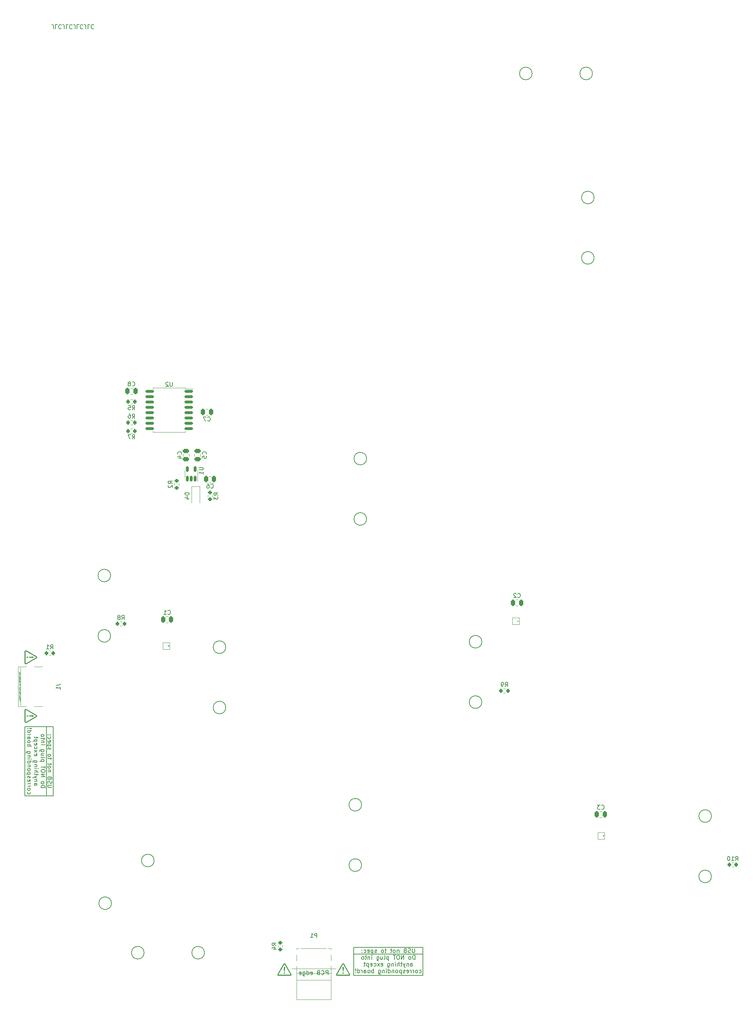
<source format=gbo>
%TF.GenerationSoftware,KiCad,Pcbnew,(6.0.4)*%
%TF.CreationDate,2022-05-26T23:52:49-07:00*%
%TF.ProjectId,top_R,746f705f-522e-46b6-9963-61645f706362,rev?*%
%TF.SameCoordinates,Original*%
%TF.FileFunction,Legend,Bot*%
%TF.FilePolarity,Positive*%
%FSLAX46Y46*%
G04 Gerber Fmt 4.6, Leading zero omitted, Abs format (unit mm)*
G04 Created by KiCad (PCBNEW (6.0.4)) date 2022-05-26 23:52:49*
%MOMM*%
%LPD*%
G01*
G04 APERTURE LIST*
G04 Aperture macros list*
%AMRoundRect*
0 Rectangle with rounded corners*
0 $1 Rounding radius*
0 $2 $3 $4 $5 $6 $7 $8 $9 X,Y pos of 4 corners*
0 Add a 4 corners polygon primitive as box body*
4,1,4,$2,$3,$4,$5,$6,$7,$8,$9,$2,$3,0*
0 Add four circle primitives for the rounded corners*
1,1,$1+$1,$2,$3*
1,1,$1+$1,$4,$5*
1,1,$1+$1,$6,$7*
1,1,$1+$1,$8,$9*
0 Add four rect primitives between the rounded corners*
20,1,$1+$1,$2,$3,$4,$5,0*
20,1,$1+$1,$4,$5,$6,$7,0*
20,1,$1+$1,$6,$7,$8,$9,0*
20,1,$1+$1,$8,$9,$2,$3,0*%
G04 Aperture macros list end*
%ADD10C,0.150000*%
%ADD11C,0.062500*%
%ADD12C,0.120000*%
%ADD13C,0.010000*%
%ADD14C,2.200000*%
%ADD15RoundRect,0.200000X-0.200000X-0.275000X0.200000X-0.275000X0.200000X0.275000X-0.200000X0.275000X0*%
%ADD16RoundRect,0.250000X0.250000X0.475000X-0.250000X0.475000X-0.250000X-0.475000X0.250000X-0.475000X0*%
%ADD17RoundRect,0.200000X0.275000X-0.200000X0.275000X0.200000X-0.275000X0.200000X-0.275000X-0.200000X0*%
%ADD18RoundRect,0.200000X0.200000X0.275000X-0.200000X0.275000X-0.200000X-0.275000X0.200000X-0.275000X0*%
%ADD19RoundRect,0.250000X-0.250000X-0.475000X0.250000X-0.475000X0.250000X0.475000X-0.250000X0.475000X0*%
%ADD20R,0.400000X1.825000*%
%ADD21R,1.200000X1.200000*%
%ADD22R,1.500000X1.200000*%
%ADD23R,0.400000X2.012500*%
%ADD24RoundRect,0.200000X-0.275000X0.200000X-0.275000X-0.200000X0.275000X-0.200000X0.275000X0.200000X0*%
%ADD25RoundRect,0.150000X0.875000X0.150000X-0.875000X0.150000X-0.875000X-0.150000X0.875000X-0.150000X0*%
%ADD26RoundRect,0.150000X0.150000X-0.512500X0.150000X0.512500X-0.150000X0.512500X-0.150000X-0.512500X0*%
%ADD27C,0.650000*%
%ADD28R,1.450000X0.600000*%
%ADD29R,1.450000X0.300000*%
%ADD30O,1.600000X1.000000*%
%ADD31O,2.100000X1.000000*%
%ADD32RoundRect,0.250000X0.475000X-0.250000X0.475000X0.250000X-0.475000X0.250000X-0.475000X-0.250000X0*%
%ADD33R,1.200000X0.900000*%
G04 APERTURE END LIST*
D10*
X27880952Y-23047619D02*
X27880952Y-22333333D01*
X27833333Y-22190476D01*
X27738095Y-22095238D01*
X27595238Y-22047619D01*
X27500000Y-22047619D01*
X28833333Y-22047619D02*
X28357142Y-22047619D01*
X28357142Y-23047619D01*
X29738095Y-22142857D02*
X29690476Y-22095238D01*
X29547619Y-22047619D01*
X29452380Y-22047619D01*
X29309523Y-22095238D01*
X29214285Y-22190476D01*
X29166666Y-22285714D01*
X29119047Y-22476190D01*
X29119047Y-22619047D01*
X29166666Y-22809523D01*
X29214285Y-22904761D01*
X29309523Y-23000000D01*
X29452380Y-23047619D01*
X29547619Y-23047619D01*
X29690476Y-23000000D01*
X29738095Y-22952380D01*
X30452380Y-23047619D02*
X30452380Y-22333333D01*
X30404761Y-22190476D01*
X30309523Y-22095238D01*
X30166666Y-22047619D01*
X30071428Y-22047619D01*
X31404761Y-22047619D02*
X30928571Y-22047619D01*
X30928571Y-23047619D01*
X32309523Y-22142857D02*
X32261904Y-22095238D01*
X32119047Y-22047619D01*
X32023809Y-22047619D01*
X31880952Y-22095238D01*
X31785714Y-22190476D01*
X31738095Y-22285714D01*
X31690476Y-22476190D01*
X31690476Y-22619047D01*
X31738095Y-22809523D01*
X31785714Y-22904761D01*
X31880952Y-23000000D01*
X32023809Y-23047619D01*
X32119047Y-23047619D01*
X32261904Y-23000000D01*
X32309523Y-22952380D01*
X33023809Y-23047619D02*
X33023809Y-22333333D01*
X32976190Y-22190476D01*
X32880952Y-22095238D01*
X32738095Y-22047619D01*
X32642857Y-22047619D01*
X33976190Y-22047619D02*
X33500000Y-22047619D01*
X33500000Y-23047619D01*
X34880952Y-22142857D02*
X34833333Y-22095238D01*
X34690476Y-22047619D01*
X34595238Y-22047619D01*
X34452380Y-22095238D01*
X34357142Y-22190476D01*
X34309523Y-22285714D01*
X34261904Y-22476190D01*
X34261904Y-22619047D01*
X34309523Y-22809523D01*
X34357142Y-22904761D01*
X34452380Y-23000000D01*
X34595238Y-23047619D01*
X34690476Y-23047619D01*
X34833333Y-23000000D01*
X34880952Y-22952380D01*
X35595238Y-23047619D02*
X35595238Y-22333333D01*
X35547619Y-22190476D01*
X35452380Y-22095238D01*
X35309523Y-22047619D01*
X35214285Y-22047619D01*
X36547619Y-22047619D02*
X36071428Y-22047619D01*
X36071428Y-23047619D01*
X37452380Y-22142857D02*
X37404761Y-22095238D01*
X37261904Y-22047619D01*
X37166666Y-22047619D01*
X37023809Y-22095238D01*
X36928571Y-22190476D01*
X36880952Y-22285714D01*
X36833333Y-22476190D01*
X36833333Y-22619047D01*
X36880952Y-22809523D01*
X36928571Y-22904761D01*
X37023809Y-23000000D01*
X37166666Y-23047619D01*
X37261904Y-23047619D01*
X37404761Y-23000000D01*
X37452380Y-22952380D01*
X69000000Y-170600000D02*
G75*
G03*
X69000000Y-170600000I-1500000J0D01*
G01*
X116050000Y-243800000D02*
X99550000Y-243800000D01*
X101400000Y-208200000D02*
G75*
G03*
X101400000Y-208200000I-1500000J0D01*
G01*
X101400000Y-222600000D02*
G75*
G03*
X101400000Y-222600000I-1500000J0D01*
G01*
X21050000Y-206050000D02*
X27800000Y-206050000D01*
X26200000Y-206050000D02*
X26200000Y-189550000D01*
X41708831Y-231691169D02*
G75*
G03*
X41708831Y-231691169I-1500000J0D01*
G01*
X21050000Y-189550000D02*
X21050000Y-206050000D01*
X156500000Y-33700000D02*
G75*
G03*
X156500000Y-33700000I-1500000J0D01*
G01*
X51891169Y-221508831D02*
G75*
G03*
X51891169Y-221508831I-1500000J0D01*
G01*
X63900000Y-243500000D02*
G75*
G03*
X63900000Y-243500000I-1500000J0D01*
G01*
X102600000Y-140000000D02*
G75*
G03*
X102600000Y-140000000I-1500000J0D01*
G01*
X27800000Y-206050000D02*
X27800000Y-189550000D01*
X116050000Y-242200000D02*
X99550000Y-242200000D01*
X69000000Y-185000000D02*
G75*
G03*
X69000000Y-185000000I-1500000J0D01*
G01*
X142100000Y-33700000D02*
G75*
G03*
X142100000Y-33700000I-1500000J0D01*
G01*
X49500000Y-243500000D02*
G75*
G03*
X49500000Y-243500000I-1500000J0D01*
G01*
X102600000Y-125600000D02*
G75*
G03*
X102600000Y-125600000I-1500000J0D01*
G01*
X21050000Y-189550000D02*
X27800000Y-189550000D01*
X99550000Y-248950000D02*
X116050000Y-248950000D01*
X116050000Y-248950000D02*
X116050000Y-242200000D01*
X99550000Y-248950000D02*
X99550000Y-242200000D01*
X27512619Y-204085714D02*
X26703095Y-204085714D01*
X26607857Y-204038095D01*
X26560238Y-203990476D01*
X26512619Y-203895238D01*
X26512619Y-203704761D01*
X26560238Y-203609523D01*
X26607857Y-203561904D01*
X26703095Y-203514285D01*
X27512619Y-203514285D01*
X26560238Y-203085714D02*
X26512619Y-202942857D01*
X26512619Y-202704761D01*
X26560238Y-202609523D01*
X26607857Y-202561904D01*
X26703095Y-202514285D01*
X26798333Y-202514285D01*
X26893571Y-202561904D01*
X26941190Y-202609523D01*
X26988809Y-202704761D01*
X27036428Y-202895238D01*
X27084047Y-202990476D01*
X27131666Y-203038095D01*
X27226904Y-203085714D01*
X27322142Y-203085714D01*
X27417380Y-203038095D01*
X27465000Y-202990476D01*
X27512619Y-202895238D01*
X27512619Y-202657142D01*
X27465000Y-202514285D01*
X27036428Y-201752380D02*
X26988809Y-201609523D01*
X26941190Y-201561904D01*
X26845952Y-201514285D01*
X26703095Y-201514285D01*
X26607857Y-201561904D01*
X26560238Y-201609523D01*
X26512619Y-201704761D01*
X26512619Y-202085714D01*
X27512619Y-202085714D01*
X27512619Y-201752380D01*
X27465000Y-201657142D01*
X27417380Y-201609523D01*
X27322142Y-201561904D01*
X27226904Y-201561904D01*
X27131666Y-201609523D01*
X27084047Y-201657142D01*
X27036428Y-201752380D01*
X27036428Y-202085714D01*
X27179285Y-200323809D02*
X26512619Y-200323809D01*
X27084047Y-200323809D02*
X27131666Y-200276190D01*
X27179285Y-200180952D01*
X27179285Y-200038095D01*
X27131666Y-199942857D01*
X27036428Y-199895238D01*
X26512619Y-199895238D01*
X26512619Y-199276190D02*
X26560238Y-199371428D01*
X26607857Y-199419047D01*
X26703095Y-199466666D01*
X26988809Y-199466666D01*
X27084047Y-199419047D01*
X27131666Y-199371428D01*
X27179285Y-199276190D01*
X27179285Y-199133333D01*
X27131666Y-199038095D01*
X27084047Y-198990476D01*
X26988809Y-198942857D01*
X26703095Y-198942857D01*
X26607857Y-198990476D01*
X26560238Y-199038095D01*
X26512619Y-199133333D01*
X26512619Y-199276190D01*
X27179285Y-198657142D02*
X27179285Y-198276190D01*
X27512619Y-198514285D02*
X26655476Y-198514285D01*
X26560238Y-198466666D01*
X26512619Y-198371428D01*
X26512619Y-198276190D01*
X27179285Y-197323809D02*
X27179285Y-196942857D01*
X27512619Y-197180952D02*
X26655476Y-197180952D01*
X26560238Y-197133333D01*
X26512619Y-197038095D01*
X26512619Y-196942857D01*
X26512619Y-196466666D02*
X26560238Y-196561904D01*
X26607857Y-196609523D01*
X26703095Y-196657142D01*
X26988809Y-196657142D01*
X27084047Y-196609523D01*
X27131666Y-196561904D01*
X27179285Y-196466666D01*
X27179285Y-196323809D01*
X27131666Y-196228571D01*
X27084047Y-196180952D01*
X26988809Y-196133333D01*
X26703095Y-196133333D01*
X26607857Y-196180952D01*
X26560238Y-196228571D01*
X26512619Y-196323809D01*
X26512619Y-196466666D01*
X26560238Y-194990476D02*
X26512619Y-194895238D01*
X26512619Y-194704761D01*
X26560238Y-194609523D01*
X26655476Y-194561904D01*
X26703095Y-194561904D01*
X26798333Y-194609523D01*
X26845952Y-194704761D01*
X26845952Y-194847619D01*
X26893571Y-194942857D01*
X26988809Y-194990476D01*
X27036428Y-194990476D01*
X27131666Y-194942857D01*
X27179285Y-194847619D01*
X27179285Y-194704761D01*
X27131666Y-194609523D01*
X27179285Y-194133333D02*
X26179285Y-194133333D01*
X27131666Y-194133333D02*
X27179285Y-194038095D01*
X27179285Y-193847619D01*
X27131666Y-193752380D01*
X27084047Y-193704761D01*
X26988809Y-193657142D01*
X26703095Y-193657142D01*
X26607857Y-193704761D01*
X26560238Y-193752380D01*
X26512619Y-193847619D01*
X26512619Y-194038095D01*
X26560238Y-194133333D01*
X26560238Y-192847619D02*
X26512619Y-192942857D01*
X26512619Y-193133333D01*
X26560238Y-193228571D01*
X26655476Y-193276190D01*
X27036428Y-193276190D01*
X27131666Y-193228571D01*
X27179285Y-193133333D01*
X27179285Y-192942857D01*
X27131666Y-192847619D01*
X27036428Y-192800000D01*
X26941190Y-192800000D01*
X26845952Y-193276190D01*
X26560238Y-191942857D02*
X26512619Y-192038095D01*
X26512619Y-192228571D01*
X26560238Y-192323809D01*
X26607857Y-192371428D01*
X26703095Y-192419047D01*
X26988809Y-192419047D01*
X27084047Y-192371428D01*
X27131666Y-192323809D01*
X27179285Y-192228571D01*
X27179285Y-192038095D01*
X27131666Y-191942857D01*
X26607857Y-191514285D02*
X26560238Y-191466666D01*
X26512619Y-191514285D01*
X26560238Y-191561904D01*
X26607857Y-191514285D01*
X26512619Y-191514285D01*
X27131666Y-191514285D02*
X27084047Y-191466666D01*
X27036428Y-191514285D01*
X27084047Y-191561904D01*
X27131666Y-191514285D01*
X27036428Y-191514285D01*
X24902619Y-204133333D02*
X25902619Y-204133333D01*
X25902619Y-203895238D01*
X25855000Y-203752380D01*
X25759761Y-203657142D01*
X25664523Y-203609523D01*
X25474047Y-203561904D01*
X25331190Y-203561904D01*
X25140714Y-203609523D01*
X25045476Y-203657142D01*
X24950238Y-203752380D01*
X24902619Y-203895238D01*
X24902619Y-204133333D01*
X24902619Y-202990476D02*
X24950238Y-203085714D01*
X24997857Y-203133333D01*
X25093095Y-203180952D01*
X25378809Y-203180952D01*
X25474047Y-203133333D01*
X25521666Y-203085714D01*
X25569285Y-202990476D01*
X25569285Y-202847619D01*
X25521666Y-202752380D01*
X25474047Y-202704761D01*
X25378809Y-202657142D01*
X25093095Y-202657142D01*
X24997857Y-202704761D01*
X24950238Y-202752380D01*
X24902619Y-202847619D01*
X24902619Y-202990476D01*
X24902619Y-201466666D02*
X25902619Y-201466666D01*
X24902619Y-200895238D01*
X25902619Y-200895238D01*
X25902619Y-200228571D02*
X25902619Y-200038095D01*
X25855000Y-199942857D01*
X25759761Y-199847619D01*
X25569285Y-199800000D01*
X25235952Y-199800000D01*
X25045476Y-199847619D01*
X24950238Y-199942857D01*
X24902619Y-200038095D01*
X24902619Y-200228571D01*
X24950238Y-200323809D01*
X25045476Y-200419047D01*
X25235952Y-200466666D01*
X25569285Y-200466666D01*
X25759761Y-200419047D01*
X25855000Y-200323809D01*
X25902619Y-200228571D01*
X25902619Y-199514285D02*
X25902619Y-198942857D01*
X24902619Y-199228571D02*
X25902619Y-199228571D01*
X25569285Y-197847619D02*
X24569285Y-197847619D01*
X25521666Y-197847619D02*
X25569285Y-197752380D01*
X25569285Y-197561904D01*
X25521666Y-197466666D01*
X25474047Y-197419047D01*
X25378809Y-197371428D01*
X25093095Y-197371428D01*
X24997857Y-197419047D01*
X24950238Y-197466666D01*
X24902619Y-197561904D01*
X24902619Y-197752380D01*
X24950238Y-197847619D01*
X24902619Y-196800000D02*
X24950238Y-196895238D01*
X25045476Y-196942857D01*
X25902619Y-196942857D01*
X25569285Y-195990476D02*
X24902619Y-195990476D01*
X25569285Y-196419047D02*
X25045476Y-196419047D01*
X24950238Y-196371428D01*
X24902619Y-196276190D01*
X24902619Y-196133333D01*
X24950238Y-196038095D01*
X24997857Y-195990476D01*
X25569285Y-195085714D02*
X24759761Y-195085714D01*
X24664523Y-195133333D01*
X24616904Y-195180952D01*
X24569285Y-195276190D01*
X24569285Y-195419047D01*
X24616904Y-195514285D01*
X24950238Y-195085714D02*
X24902619Y-195180952D01*
X24902619Y-195371428D01*
X24950238Y-195466666D01*
X24997857Y-195514285D01*
X25093095Y-195561904D01*
X25378809Y-195561904D01*
X25474047Y-195514285D01*
X25521666Y-195466666D01*
X25569285Y-195371428D01*
X25569285Y-195180952D01*
X25521666Y-195085714D01*
X24902619Y-193847619D02*
X25569285Y-193847619D01*
X25902619Y-193847619D02*
X25855000Y-193895238D01*
X25807380Y-193847619D01*
X25855000Y-193800000D01*
X25902619Y-193847619D01*
X25807380Y-193847619D01*
X25569285Y-193371428D02*
X24902619Y-193371428D01*
X25474047Y-193371428D02*
X25521666Y-193323809D01*
X25569285Y-193228571D01*
X25569285Y-193085714D01*
X25521666Y-192990476D01*
X25426428Y-192942857D01*
X24902619Y-192942857D01*
X25569285Y-192609523D02*
X25569285Y-192228571D01*
X25902619Y-192466666D02*
X25045476Y-192466666D01*
X24950238Y-192419047D01*
X24902619Y-192323809D01*
X24902619Y-192228571D01*
X24902619Y-191752380D02*
X24950238Y-191847619D01*
X24997857Y-191895238D01*
X25093095Y-191942857D01*
X25378809Y-191942857D01*
X25474047Y-191895238D01*
X25521666Y-191847619D01*
X25569285Y-191752380D01*
X25569285Y-191609523D01*
X25521666Y-191514285D01*
X25474047Y-191466666D01*
X25378809Y-191419047D01*
X25093095Y-191419047D01*
X24997857Y-191466666D01*
X24950238Y-191514285D01*
X24902619Y-191609523D01*
X24902619Y-191752380D01*
X23292619Y-203109523D02*
X23816428Y-203109523D01*
X23911666Y-203157142D01*
X23959285Y-203252380D01*
X23959285Y-203442857D01*
X23911666Y-203538095D01*
X23340238Y-203109523D02*
X23292619Y-203204761D01*
X23292619Y-203442857D01*
X23340238Y-203538095D01*
X23435476Y-203585714D01*
X23530714Y-203585714D01*
X23625952Y-203538095D01*
X23673571Y-203442857D01*
X23673571Y-203204761D01*
X23721190Y-203109523D01*
X23959285Y-202633333D02*
X23292619Y-202633333D01*
X23864047Y-202633333D02*
X23911666Y-202585714D01*
X23959285Y-202490476D01*
X23959285Y-202347619D01*
X23911666Y-202252380D01*
X23816428Y-202204761D01*
X23292619Y-202204761D01*
X23959285Y-201823809D02*
X23292619Y-201585714D01*
X23959285Y-201347619D02*
X23292619Y-201585714D01*
X23054523Y-201680952D01*
X23006904Y-201728571D01*
X22959285Y-201823809D01*
X23959285Y-201109523D02*
X23959285Y-200728571D01*
X24292619Y-200966666D02*
X23435476Y-200966666D01*
X23340238Y-200919047D01*
X23292619Y-200823809D01*
X23292619Y-200728571D01*
X23292619Y-200395238D02*
X24292619Y-200395238D01*
X23292619Y-199966666D02*
X23816428Y-199966666D01*
X23911666Y-200014285D01*
X23959285Y-200109523D01*
X23959285Y-200252380D01*
X23911666Y-200347619D01*
X23864047Y-200395238D01*
X23292619Y-199490476D02*
X23959285Y-199490476D01*
X24292619Y-199490476D02*
X24245000Y-199538095D01*
X24197380Y-199490476D01*
X24245000Y-199442857D01*
X24292619Y-199490476D01*
X24197380Y-199490476D01*
X23959285Y-199014285D02*
X23292619Y-199014285D01*
X23864047Y-199014285D02*
X23911666Y-198966666D01*
X23959285Y-198871428D01*
X23959285Y-198728571D01*
X23911666Y-198633333D01*
X23816428Y-198585714D01*
X23292619Y-198585714D01*
X23959285Y-197680952D02*
X23149761Y-197680952D01*
X23054523Y-197728571D01*
X23006904Y-197776190D01*
X22959285Y-197871428D01*
X22959285Y-198014285D01*
X23006904Y-198109523D01*
X23340238Y-197680952D02*
X23292619Y-197776190D01*
X23292619Y-197966666D01*
X23340238Y-198061904D01*
X23387857Y-198109523D01*
X23483095Y-198157142D01*
X23768809Y-198157142D01*
X23864047Y-198109523D01*
X23911666Y-198061904D01*
X23959285Y-197966666D01*
X23959285Y-197776190D01*
X23911666Y-197680952D01*
X23340238Y-196061904D02*
X23292619Y-196157142D01*
X23292619Y-196347619D01*
X23340238Y-196442857D01*
X23435476Y-196490476D01*
X23816428Y-196490476D01*
X23911666Y-196442857D01*
X23959285Y-196347619D01*
X23959285Y-196157142D01*
X23911666Y-196061904D01*
X23816428Y-196014285D01*
X23721190Y-196014285D01*
X23625952Y-196490476D01*
X23292619Y-195680952D02*
X23959285Y-195157142D01*
X23959285Y-195680952D02*
X23292619Y-195157142D01*
X23340238Y-194347619D02*
X23292619Y-194442857D01*
X23292619Y-194633333D01*
X23340238Y-194728571D01*
X23387857Y-194776190D01*
X23483095Y-194823809D01*
X23768809Y-194823809D01*
X23864047Y-194776190D01*
X23911666Y-194728571D01*
X23959285Y-194633333D01*
X23959285Y-194442857D01*
X23911666Y-194347619D01*
X23340238Y-193538095D02*
X23292619Y-193633333D01*
X23292619Y-193823809D01*
X23340238Y-193919047D01*
X23435476Y-193966666D01*
X23816428Y-193966666D01*
X23911666Y-193919047D01*
X23959285Y-193823809D01*
X23959285Y-193633333D01*
X23911666Y-193538095D01*
X23816428Y-193490476D01*
X23721190Y-193490476D01*
X23625952Y-193966666D01*
X23959285Y-193061904D02*
X22959285Y-193061904D01*
X23911666Y-193061904D02*
X23959285Y-192966666D01*
X23959285Y-192776190D01*
X23911666Y-192680952D01*
X23864047Y-192633333D01*
X23768809Y-192585714D01*
X23483095Y-192585714D01*
X23387857Y-192633333D01*
X23340238Y-192680952D01*
X23292619Y-192776190D01*
X23292619Y-192966666D01*
X23340238Y-193061904D01*
X23959285Y-192300000D02*
X23959285Y-191919047D01*
X24292619Y-192157142D02*
X23435476Y-192157142D01*
X23340238Y-192109523D01*
X23292619Y-192014285D01*
X23292619Y-191919047D01*
X21730238Y-205157142D02*
X21682619Y-205252380D01*
X21682619Y-205442857D01*
X21730238Y-205538095D01*
X21777857Y-205585714D01*
X21873095Y-205633333D01*
X22158809Y-205633333D01*
X22254047Y-205585714D01*
X22301666Y-205538095D01*
X22349285Y-205442857D01*
X22349285Y-205252380D01*
X22301666Y-205157142D01*
X21682619Y-204585714D02*
X21730238Y-204680952D01*
X21777857Y-204728571D01*
X21873095Y-204776190D01*
X22158809Y-204776190D01*
X22254047Y-204728571D01*
X22301666Y-204680952D01*
X22349285Y-204585714D01*
X22349285Y-204442857D01*
X22301666Y-204347619D01*
X22254047Y-204300000D01*
X22158809Y-204252380D01*
X21873095Y-204252380D01*
X21777857Y-204300000D01*
X21730238Y-204347619D01*
X21682619Y-204442857D01*
X21682619Y-204585714D01*
X21682619Y-203823809D02*
X22349285Y-203823809D01*
X22158809Y-203823809D02*
X22254047Y-203776190D01*
X22301666Y-203728571D01*
X22349285Y-203633333D01*
X22349285Y-203538095D01*
X21682619Y-203204761D02*
X22349285Y-203204761D01*
X22158809Y-203204761D02*
X22254047Y-203157142D01*
X22301666Y-203109523D01*
X22349285Y-203014285D01*
X22349285Y-202919047D01*
X21730238Y-202204761D02*
X21682619Y-202300000D01*
X21682619Y-202490476D01*
X21730238Y-202585714D01*
X21825476Y-202633333D01*
X22206428Y-202633333D01*
X22301666Y-202585714D01*
X22349285Y-202490476D01*
X22349285Y-202300000D01*
X22301666Y-202204761D01*
X22206428Y-202157142D01*
X22111190Y-202157142D01*
X22015952Y-202633333D01*
X21730238Y-201776190D02*
X21682619Y-201680952D01*
X21682619Y-201490476D01*
X21730238Y-201395238D01*
X21825476Y-201347619D01*
X21873095Y-201347619D01*
X21968333Y-201395238D01*
X22015952Y-201490476D01*
X22015952Y-201633333D01*
X22063571Y-201728571D01*
X22158809Y-201776190D01*
X22206428Y-201776190D01*
X22301666Y-201728571D01*
X22349285Y-201633333D01*
X22349285Y-201490476D01*
X22301666Y-201395238D01*
X22349285Y-200919047D02*
X21349285Y-200919047D01*
X22301666Y-200919047D02*
X22349285Y-200823809D01*
X22349285Y-200633333D01*
X22301666Y-200538095D01*
X22254047Y-200490476D01*
X22158809Y-200442857D01*
X21873095Y-200442857D01*
X21777857Y-200490476D01*
X21730238Y-200538095D01*
X21682619Y-200633333D01*
X21682619Y-200823809D01*
X21730238Y-200919047D01*
X21682619Y-199871428D02*
X21730238Y-199966666D01*
X21777857Y-200014285D01*
X21873095Y-200061904D01*
X22158809Y-200061904D01*
X22254047Y-200014285D01*
X22301666Y-199966666D01*
X22349285Y-199871428D01*
X22349285Y-199728571D01*
X22301666Y-199633333D01*
X22254047Y-199585714D01*
X22158809Y-199538095D01*
X21873095Y-199538095D01*
X21777857Y-199585714D01*
X21730238Y-199633333D01*
X21682619Y-199728571D01*
X21682619Y-199871428D01*
X22349285Y-199109523D02*
X21682619Y-199109523D01*
X22254047Y-199109523D02*
X22301666Y-199061904D01*
X22349285Y-198966666D01*
X22349285Y-198823809D01*
X22301666Y-198728571D01*
X22206428Y-198680952D01*
X21682619Y-198680952D01*
X21682619Y-197776190D02*
X22682619Y-197776190D01*
X21730238Y-197776190D02*
X21682619Y-197871428D01*
X21682619Y-198061904D01*
X21730238Y-198157142D01*
X21777857Y-198204761D01*
X21873095Y-198252380D01*
X22158809Y-198252380D01*
X22254047Y-198204761D01*
X22301666Y-198157142D01*
X22349285Y-198061904D01*
X22349285Y-197871428D01*
X22301666Y-197776190D01*
X21682619Y-197300000D02*
X22349285Y-197300000D01*
X22682619Y-197300000D02*
X22635000Y-197347619D01*
X22587380Y-197300000D01*
X22635000Y-197252380D01*
X22682619Y-197300000D01*
X22587380Y-197300000D01*
X22349285Y-196823809D02*
X21682619Y-196823809D01*
X22254047Y-196823809D02*
X22301666Y-196776190D01*
X22349285Y-196680952D01*
X22349285Y-196538095D01*
X22301666Y-196442857D01*
X22206428Y-196395238D01*
X21682619Y-196395238D01*
X22349285Y-195490476D02*
X21539761Y-195490476D01*
X21444523Y-195538095D01*
X21396904Y-195585714D01*
X21349285Y-195680952D01*
X21349285Y-195823809D01*
X21396904Y-195919047D01*
X21730238Y-195490476D02*
X21682619Y-195585714D01*
X21682619Y-195776190D01*
X21730238Y-195871428D01*
X21777857Y-195919047D01*
X21873095Y-195966666D01*
X22158809Y-195966666D01*
X22254047Y-195919047D01*
X22301666Y-195871428D01*
X22349285Y-195776190D01*
X22349285Y-195585714D01*
X22301666Y-195490476D01*
X21682619Y-194252380D02*
X22682619Y-194252380D01*
X22301666Y-194252380D02*
X22349285Y-194157142D01*
X22349285Y-193966666D01*
X22301666Y-193871428D01*
X22254047Y-193823809D01*
X22158809Y-193776190D01*
X21873095Y-193776190D01*
X21777857Y-193823809D01*
X21730238Y-193871428D01*
X21682619Y-193966666D01*
X21682619Y-194157142D01*
X21730238Y-194252380D01*
X21682619Y-193204761D02*
X21730238Y-193300000D01*
X21777857Y-193347619D01*
X21873095Y-193395238D01*
X22158809Y-193395238D01*
X22254047Y-193347619D01*
X22301666Y-193300000D01*
X22349285Y-193204761D01*
X22349285Y-193061904D01*
X22301666Y-192966666D01*
X22254047Y-192919047D01*
X22158809Y-192871428D01*
X21873095Y-192871428D01*
X21777857Y-192919047D01*
X21730238Y-192966666D01*
X21682619Y-193061904D01*
X21682619Y-193204761D01*
X21682619Y-192014285D02*
X22206428Y-192014285D01*
X22301666Y-192061904D01*
X22349285Y-192157142D01*
X22349285Y-192347619D01*
X22301666Y-192442857D01*
X21730238Y-192014285D02*
X21682619Y-192109523D01*
X21682619Y-192347619D01*
X21730238Y-192442857D01*
X21825476Y-192490476D01*
X21920714Y-192490476D01*
X22015952Y-192442857D01*
X22063571Y-192347619D01*
X22063571Y-192109523D01*
X22111190Y-192014285D01*
X21682619Y-191538095D02*
X22349285Y-191538095D01*
X22158809Y-191538095D02*
X22254047Y-191490476D01*
X22301666Y-191442857D01*
X22349285Y-191347619D01*
X22349285Y-191252380D01*
X21682619Y-190490476D02*
X22682619Y-190490476D01*
X21730238Y-190490476D02*
X21682619Y-190585714D01*
X21682619Y-190776190D01*
X21730238Y-190871428D01*
X21777857Y-190919047D01*
X21873095Y-190966666D01*
X22158809Y-190966666D01*
X22254047Y-190919047D01*
X22301666Y-190871428D01*
X22349285Y-190776190D01*
X22349285Y-190585714D01*
X22301666Y-190490476D01*
X21777857Y-190014285D02*
X21730238Y-189966666D01*
X21682619Y-190014285D01*
X21730238Y-190061904D01*
X21777857Y-190014285D01*
X21682619Y-190014285D01*
X22063571Y-190014285D02*
X22635000Y-190061904D01*
X22682619Y-190014285D01*
X22635000Y-189966666D01*
X22063571Y-190014285D01*
X22682619Y-190014285D01*
X114085714Y-242487380D02*
X114085714Y-243296904D01*
X114038095Y-243392142D01*
X113990476Y-243439761D01*
X113895238Y-243487380D01*
X113704761Y-243487380D01*
X113609523Y-243439761D01*
X113561904Y-243392142D01*
X113514285Y-243296904D01*
X113514285Y-242487380D01*
X113085714Y-243439761D02*
X112942857Y-243487380D01*
X112704761Y-243487380D01*
X112609523Y-243439761D01*
X112561904Y-243392142D01*
X112514285Y-243296904D01*
X112514285Y-243201666D01*
X112561904Y-243106428D01*
X112609523Y-243058809D01*
X112704761Y-243011190D01*
X112895238Y-242963571D01*
X112990476Y-242915952D01*
X113038095Y-242868333D01*
X113085714Y-242773095D01*
X113085714Y-242677857D01*
X113038095Y-242582619D01*
X112990476Y-242535000D01*
X112895238Y-242487380D01*
X112657142Y-242487380D01*
X112514285Y-242535000D01*
X111752380Y-242963571D02*
X111609523Y-243011190D01*
X111561904Y-243058809D01*
X111514285Y-243154047D01*
X111514285Y-243296904D01*
X111561904Y-243392142D01*
X111609523Y-243439761D01*
X111704761Y-243487380D01*
X112085714Y-243487380D01*
X112085714Y-242487380D01*
X111752380Y-242487380D01*
X111657142Y-242535000D01*
X111609523Y-242582619D01*
X111561904Y-242677857D01*
X111561904Y-242773095D01*
X111609523Y-242868333D01*
X111657142Y-242915952D01*
X111752380Y-242963571D01*
X112085714Y-242963571D01*
X110323809Y-242820714D02*
X110323809Y-243487380D01*
X110323809Y-242915952D02*
X110276190Y-242868333D01*
X110180952Y-242820714D01*
X110038095Y-242820714D01*
X109942857Y-242868333D01*
X109895238Y-242963571D01*
X109895238Y-243487380D01*
X109276190Y-243487380D02*
X109371428Y-243439761D01*
X109419047Y-243392142D01*
X109466666Y-243296904D01*
X109466666Y-243011190D01*
X109419047Y-242915952D01*
X109371428Y-242868333D01*
X109276190Y-242820714D01*
X109133333Y-242820714D01*
X109038095Y-242868333D01*
X108990476Y-242915952D01*
X108942857Y-243011190D01*
X108942857Y-243296904D01*
X108990476Y-243392142D01*
X109038095Y-243439761D01*
X109133333Y-243487380D01*
X109276190Y-243487380D01*
X108657142Y-242820714D02*
X108276190Y-242820714D01*
X108514285Y-242487380D02*
X108514285Y-243344523D01*
X108466666Y-243439761D01*
X108371428Y-243487380D01*
X108276190Y-243487380D01*
X107323809Y-242820714D02*
X106942857Y-242820714D01*
X107180952Y-242487380D02*
X107180952Y-243344523D01*
X107133333Y-243439761D01*
X107038095Y-243487380D01*
X106942857Y-243487380D01*
X106466666Y-243487380D02*
X106561904Y-243439761D01*
X106609523Y-243392142D01*
X106657142Y-243296904D01*
X106657142Y-243011190D01*
X106609523Y-242915952D01*
X106561904Y-242868333D01*
X106466666Y-242820714D01*
X106323809Y-242820714D01*
X106228571Y-242868333D01*
X106180952Y-242915952D01*
X106133333Y-243011190D01*
X106133333Y-243296904D01*
X106180952Y-243392142D01*
X106228571Y-243439761D01*
X106323809Y-243487380D01*
X106466666Y-243487380D01*
X104990476Y-243439761D02*
X104895238Y-243487380D01*
X104704761Y-243487380D01*
X104609523Y-243439761D01*
X104561904Y-243344523D01*
X104561904Y-243296904D01*
X104609523Y-243201666D01*
X104704761Y-243154047D01*
X104847619Y-243154047D01*
X104942857Y-243106428D01*
X104990476Y-243011190D01*
X104990476Y-242963571D01*
X104942857Y-242868333D01*
X104847619Y-242820714D01*
X104704761Y-242820714D01*
X104609523Y-242868333D01*
X104133333Y-242820714D02*
X104133333Y-243820714D01*
X104133333Y-242868333D02*
X104038095Y-242820714D01*
X103847619Y-242820714D01*
X103752380Y-242868333D01*
X103704761Y-242915952D01*
X103657142Y-243011190D01*
X103657142Y-243296904D01*
X103704761Y-243392142D01*
X103752380Y-243439761D01*
X103847619Y-243487380D01*
X104038095Y-243487380D01*
X104133333Y-243439761D01*
X102847619Y-243439761D02*
X102942857Y-243487380D01*
X103133333Y-243487380D01*
X103228571Y-243439761D01*
X103276190Y-243344523D01*
X103276190Y-242963571D01*
X103228571Y-242868333D01*
X103133333Y-242820714D01*
X102942857Y-242820714D01*
X102847619Y-242868333D01*
X102800000Y-242963571D01*
X102800000Y-243058809D01*
X103276190Y-243154047D01*
X101942857Y-243439761D02*
X102038095Y-243487380D01*
X102228571Y-243487380D01*
X102323809Y-243439761D01*
X102371428Y-243392142D01*
X102419047Y-243296904D01*
X102419047Y-243011190D01*
X102371428Y-242915952D01*
X102323809Y-242868333D01*
X102228571Y-242820714D01*
X102038095Y-242820714D01*
X101942857Y-242868333D01*
X101514285Y-243392142D02*
X101466666Y-243439761D01*
X101514285Y-243487380D01*
X101561904Y-243439761D01*
X101514285Y-243392142D01*
X101514285Y-243487380D01*
X101514285Y-242868333D02*
X101466666Y-242915952D01*
X101514285Y-242963571D01*
X101561904Y-242915952D01*
X101514285Y-242868333D01*
X101514285Y-242963571D01*
X114133333Y-245097380D02*
X114133333Y-244097380D01*
X113895238Y-244097380D01*
X113752380Y-244145000D01*
X113657142Y-244240238D01*
X113609523Y-244335476D01*
X113561904Y-244525952D01*
X113561904Y-244668809D01*
X113609523Y-244859285D01*
X113657142Y-244954523D01*
X113752380Y-245049761D01*
X113895238Y-245097380D01*
X114133333Y-245097380D01*
X112990476Y-245097380D02*
X113085714Y-245049761D01*
X113133333Y-245002142D01*
X113180952Y-244906904D01*
X113180952Y-244621190D01*
X113133333Y-244525952D01*
X113085714Y-244478333D01*
X112990476Y-244430714D01*
X112847619Y-244430714D01*
X112752380Y-244478333D01*
X112704761Y-244525952D01*
X112657142Y-244621190D01*
X112657142Y-244906904D01*
X112704761Y-245002142D01*
X112752380Y-245049761D01*
X112847619Y-245097380D01*
X112990476Y-245097380D01*
X111466666Y-245097380D02*
X111466666Y-244097380D01*
X110895238Y-245097380D01*
X110895238Y-244097380D01*
X110228571Y-244097380D02*
X110038095Y-244097380D01*
X109942857Y-244145000D01*
X109847619Y-244240238D01*
X109800000Y-244430714D01*
X109800000Y-244764047D01*
X109847619Y-244954523D01*
X109942857Y-245049761D01*
X110038095Y-245097380D01*
X110228571Y-245097380D01*
X110323809Y-245049761D01*
X110419047Y-244954523D01*
X110466666Y-244764047D01*
X110466666Y-244430714D01*
X110419047Y-244240238D01*
X110323809Y-244145000D01*
X110228571Y-244097380D01*
X109514285Y-244097380D02*
X108942857Y-244097380D01*
X109228571Y-245097380D02*
X109228571Y-244097380D01*
X107847619Y-244430714D02*
X107847619Y-245430714D01*
X107847619Y-244478333D02*
X107752380Y-244430714D01*
X107561904Y-244430714D01*
X107466666Y-244478333D01*
X107419047Y-244525952D01*
X107371428Y-244621190D01*
X107371428Y-244906904D01*
X107419047Y-245002142D01*
X107466666Y-245049761D01*
X107561904Y-245097380D01*
X107752380Y-245097380D01*
X107847619Y-245049761D01*
X106800000Y-245097380D02*
X106895238Y-245049761D01*
X106942857Y-244954523D01*
X106942857Y-244097380D01*
X105990476Y-244430714D02*
X105990476Y-245097380D01*
X106419047Y-244430714D02*
X106419047Y-244954523D01*
X106371428Y-245049761D01*
X106276190Y-245097380D01*
X106133333Y-245097380D01*
X106038095Y-245049761D01*
X105990476Y-245002142D01*
X105085714Y-244430714D02*
X105085714Y-245240238D01*
X105133333Y-245335476D01*
X105180952Y-245383095D01*
X105276190Y-245430714D01*
X105419047Y-245430714D01*
X105514285Y-245383095D01*
X105085714Y-245049761D02*
X105180952Y-245097380D01*
X105371428Y-245097380D01*
X105466666Y-245049761D01*
X105514285Y-245002142D01*
X105561904Y-244906904D01*
X105561904Y-244621190D01*
X105514285Y-244525952D01*
X105466666Y-244478333D01*
X105371428Y-244430714D01*
X105180952Y-244430714D01*
X105085714Y-244478333D01*
X103847619Y-245097380D02*
X103847619Y-244430714D01*
X103847619Y-244097380D02*
X103895238Y-244145000D01*
X103847619Y-244192619D01*
X103800000Y-244145000D01*
X103847619Y-244097380D01*
X103847619Y-244192619D01*
X103371428Y-244430714D02*
X103371428Y-245097380D01*
X103371428Y-244525952D02*
X103323809Y-244478333D01*
X103228571Y-244430714D01*
X103085714Y-244430714D01*
X102990476Y-244478333D01*
X102942857Y-244573571D01*
X102942857Y-245097380D01*
X102609523Y-244430714D02*
X102228571Y-244430714D01*
X102466666Y-244097380D02*
X102466666Y-244954523D01*
X102419047Y-245049761D01*
X102323809Y-245097380D01*
X102228571Y-245097380D01*
X101752380Y-245097380D02*
X101847619Y-245049761D01*
X101895238Y-245002142D01*
X101942857Y-244906904D01*
X101942857Y-244621190D01*
X101895238Y-244525952D01*
X101847619Y-244478333D01*
X101752380Y-244430714D01*
X101609523Y-244430714D01*
X101514285Y-244478333D01*
X101466666Y-244525952D01*
X101419047Y-244621190D01*
X101419047Y-244906904D01*
X101466666Y-245002142D01*
X101514285Y-245049761D01*
X101609523Y-245097380D01*
X101752380Y-245097380D01*
X113109523Y-246707380D02*
X113109523Y-246183571D01*
X113157142Y-246088333D01*
X113252380Y-246040714D01*
X113442857Y-246040714D01*
X113538095Y-246088333D01*
X113109523Y-246659761D02*
X113204761Y-246707380D01*
X113442857Y-246707380D01*
X113538095Y-246659761D01*
X113585714Y-246564523D01*
X113585714Y-246469285D01*
X113538095Y-246374047D01*
X113442857Y-246326428D01*
X113204761Y-246326428D01*
X113109523Y-246278809D01*
X112633333Y-246040714D02*
X112633333Y-246707380D01*
X112633333Y-246135952D02*
X112585714Y-246088333D01*
X112490476Y-246040714D01*
X112347619Y-246040714D01*
X112252380Y-246088333D01*
X112204761Y-246183571D01*
X112204761Y-246707380D01*
X111823809Y-246040714D02*
X111585714Y-246707380D01*
X111347619Y-246040714D02*
X111585714Y-246707380D01*
X111680952Y-246945476D01*
X111728571Y-246993095D01*
X111823809Y-247040714D01*
X111109523Y-246040714D02*
X110728571Y-246040714D01*
X110966666Y-245707380D02*
X110966666Y-246564523D01*
X110919047Y-246659761D01*
X110823809Y-246707380D01*
X110728571Y-246707380D01*
X110395238Y-246707380D02*
X110395238Y-245707380D01*
X109966666Y-246707380D02*
X109966666Y-246183571D01*
X110014285Y-246088333D01*
X110109523Y-246040714D01*
X110252380Y-246040714D01*
X110347619Y-246088333D01*
X110395238Y-246135952D01*
X109490476Y-246707380D02*
X109490476Y-246040714D01*
X109490476Y-245707380D02*
X109538095Y-245755000D01*
X109490476Y-245802619D01*
X109442857Y-245755000D01*
X109490476Y-245707380D01*
X109490476Y-245802619D01*
X109014285Y-246040714D02*
X109014285Y-246707380D01*
X109014285Y-246135952D02*
X108966666Y-246088333D01*
X108871428Y-246040714D01*
X108728571Y-246040714D01*
X108633333Y-246088333D01*
X108585714Y-246183571D01*
X108585714Y-246707380D01*
X107680952Y-246040714D02*
X107680952Y-246850238D01*
X107728571Y-246945476D01*
X107776190Y-246993095D01*
X107871428Y-247040714D01*
X108014285Y-247040714D01*
X108109523Y-246993095D01*
X107680952Y-246659761D02*
X107776190Y-246707380D01*
X107966666Y-246707380D01*
X108061904Y-246659761D01*
X108109523Y-246612142D01*
X108157142Y-246516904D01*
X108157142Y-246231190D01*
X108109523Y-246135952D01*
X108061904Y-246088333D01*
X107966666Y-246040714D01*
X107776190Y-246040714D01*
X107680952Y-246088333D01*
X106061904Y-246659761D02*
X106157142Y-246707380D01*
X106347619Y-246707380D01*
X106442857Y-246659761D01*
X106490476Y-246564523D01*
X106490476Y-246183571D01*
X106442857Y-246088333D01*
X106347619Y-246040714D01*
X106157142Y-246040714D01*
X106061904Y-246088333D01*
X106014285Y-246183571D01*
X106014285Y-246278809D01*
X106490476Y-246374047D01*
X105680952Y-246707380D02*
X105157142Y-246040714D01*
X105680952Y-246040714D02*
X105157142Y-246707380D01*
X104347619Y-246659761D02*
X104442857Y-246707380D01*
X104633333Y-246707380D01*
X104728571Y-246659761D01*
X104776190Y-246612142D01*
X104823809Y-246516904D01*
X104823809Y-246231190D01*
X104776190Y-246135952D01*
X104728571Y-246088333D01*
X104633333Y-246040714D01*
X104442857Y-246040714D01*
X104347619Y-246088333D01*
X103538095Y-246659761D02*
X103633333Y-246707380D01*
X103823809Y-246707380D01*
X103919047Y-246659761D01*
X103966666Y-246564523D01*
X103966666Y-246183571D01*
X103919047Y-246088333D01*
X103823809Y-246040714D01*
X103633333Y-246040714D01*
X103538095Y-246088333D01*
X103490476Y-246183571D01*
X103490476Y-246278809D01*
X103966666Y-246374047D01*
X103061904Y-246040714D02*
X103061904Y-247040714D01*
X103061904Y-246088333D02*
X102966666Y-246040714D01*
X102776190Y-246040714D01*
X102680952Y-246088333D01*
X102633333Y-246135952D01*
X102585714Y-246231190D01*
X102585714Y-246516904D01*
X102633333Y-246612142D01*
X102680952Y-246659761D01*
X102776190Y-246707380D01*
X102966666Y-246707380D01*
X103061904Y-246659761D01*
X102300000Y-246040714D02*
X101919047Y-246040714D01*
X102157142Y-245707380D02*
X102157142Y-246564523D01*
X102109523Y-246659761D01*
X102014285Y-246707380D01*
X101919047Y-246707380D01*
X115157142Y-248269761D02*
X115252380Y-248317380D01*
X115442857Y-248317380D01*
X115538095Y-248269761D01*
X115585714Y-248222142D01*
X115633333Y-248126904D01*
X115633333Y-247841190D01*
X115585714Y-247745952D01*
X115538095Y-247698333D01*
X115442857Y-247650714D01*
X115252380Y-247650714D01*
X115157142Y-247698333D01*
X114585714Y-248317380D02*
X114680952Y-248269761D01*
X114728571Y-248222142D01*
X114776190Y-248126904D01*
X114776190Y-247841190D01*
X114728571Y-247745952D01*
X114680952Y-247698333D01*
X114585714Y-247650714D01*
X114442857Y-247650714D01*
X114347619Y-247698333D01*
X114300000Y-247745952D01*
X114252380Y-247841190D01*
X114252380Y-248126904D01*
X114300000Y-248222142D01*
X114347619Y-248269761D01*
X114442857Y-248317380D01*
X114585714Y-248317380D01*
X113823809Y-248317380D02*
X113823809Y-247650714D01*
X113823809Y-247841190D02*
X113776190Y-247745952D01*
X113728571Y-247698333D01*
X113633333Y-247650714D01*
X113538095Y-247650714D01*
X113204761Y-248317380D02*
X113204761Y-247650714D01*
X113204761Y-247841190D02*
X113157142Y-247745952D01*
X113109523Y-247698333D01*
X113014285Y-247650714D01*
X112919047Y-247650714D01*
X112204761Y-248269761D02*
X112300000Y-248317380D01*
X112490476Y-248317380D01*
X112585714Y-248269761D01*
X112633333Y-248174523D01*
X112633333Y-247793571D01*
X112585714Y-247698333D01*
X112490476Y-247650714D01*
X112300000Y-247650714D01*
X112204761Y-247698333D01*
X112157142Y-247793571D01*
X112157142Y-247888809D01*
X112633333Y-247984047D01*
X111776190Y-248269761D02*
X111680952Y-248317380D01*
X111490476Y-248317380D01*
X111395238Y-248269761D01*
X111347619Y-248174523D01*
X111347619Y-248126904D01*
X111395238Y-248031666D01*
X111490476Y-247984047D01*
X111633333Y-247984047D01*
X111728571Y-247936428D01*
X111776190Y-247841190D01*
X111776190Y-247793571D01*
X111728571Y-247698333D01*
X111633333Y-247650714D01*
X111490476Y-247650714D01*
X111395238Y-247698333D01*
X110919047Y-247650714D02*
X110919047Y-248650714D01*
X110919047Y-247698333D02*
X110823809Y-247650714D01*
X110633333Y-247650714D01*
X110538095Y-247698333D01*
X110490476Y-247745952D01*
X110442857Y-247841190D01*
X110442857Y-248126904D01*
X110490476Y-248222142D01*
X110538095Y-248269761D01*
X110633333Y-248317380D01*
X110823809Y-248317380D01*
X110919047Y-248269761D01*
X109871428Y-248317380D02*
X109966666Y-248269761D01*
X110014285Y-248222142D01*
X110061904Y-248126904D01*
X110061904Y-247841190D01*
X110014285Y-247745952D01*
X109966666Y-247698333D01*
X109871428Y-247650714D01*
X109728571Y-247650714D01*
X109633333Y-247698333D01*
X109585714Y-247745952D01*
X109538095Y-247841190D01*
X109538095Y-248126904D01*
X109585714Y-248222142D01*
X109633333Y-248269761D01*
X109728571Y-248317380D01*
X109871428Y-248317380D01*
X109109523Y-247650714D02*
X109109523Y-248317380D01*
X109109523Y-247745952D02*
X109061904Y-247698333D01*
X108966666Y-247650714D01*
X108823809Y-247650714D01*
X108728571Y-247698333D01*
X108680952Y-247793571D01*
X108680952Y-248317380D01*
X107776190Y-248317380D02*
X107776190Y-247317380D01*
X107776190Y-248269761D02*
X107871428Y-248317380D01*
X108061904Y-248317380D01*
X108157142Y-248269761D01*
X108204761Y-248222142D01*
X108252380Y-248126904D01*
X108252380Y-247841190D01*
X108204761Y-247745952D01*
X108157142Y-247698333D01*
X108061904Y-247650714D01*
X107871428Y-247650714D01*
X107776190Y-247698333D01*
X107300000Y-248317380D02*
X107300000Y-247650714D01*
X107300000Y-247317380D02*
X107347619Y-247365000D01*
X107300000Y-247412619D01*
X107252380Y-247365000D01*
X107300000Y-247317380D01*
X107300000Y-247412619D01*
X106823809Y-247650714D02*
X106823809Y-248317380D01*
X106823809Y-247745952D02*
X106776190Y-247698333D01*
X106680952Y-247650714D01*
X106538095Y-247650714D01*
X106442857Y-247698333D01*
X106395238Y-247793571D01*
X106395238Y-248317380D01*
X105490476Y-247650714D02*
X105490476Y-248460238D01*
X105538095Y-248555476D01*
X105585714Y-248603095D01*
X105680952Y-248650714D01*
X105823809Y-248650714D01*
X105919047Y-248603095D01*
X105490476Y-248269761D02*
X105585714Y-248317380D01*
X105776190Y-248317380D01*
X105871428Y-248269761D01*
X105919047Y-248222142D01*
X105966666Y-248126904D01*
X105966666Y-247841190D01*
X105919047Y-247745952D01*
X105871428Y-247698333D01*
X105776190Y-247650714D01*
X105585714Y-247650714D01*
X105490476Y-247698333D01*
X104252380Y-248317380D02*
X104252380Y-247317380D01*
X104252380Y-247698333D02*
X104157142Y-247650714D01*
X103966666Y-247650714D01*
X103871428Y-247698333D01*
X103823809Y-247745952D01*
X103776190Y-247841190D01*
X103776190Y-248126904D01*
X103823809Y-248222142D01*
X103871428Y-248269761D01*
X103966666Y-248317380D01*
X104157142Y-248317380D01*
X104252380Y-248269761D01*
X103204761Y-248317380D02*
X103300000Y-248269761D01*
X103347619Y-248222142D01*
X103395238Y-248126904D01*
X103395238Y-247841190D01*
X103347619Y-247745952D01*
X103300000Y-247698333D01*
X103204761Y-247650714D01*
X103061904Y-247650714D01*
X102966666Y-247698333D01*
X102919047Y-247745952D01*
X102871428Y-247841190D01*
X102871428Y-248126904D01*
X102919047Y-248222142D01*
X102966666Y-248269761D01*
X103061904Y-248317380D01*
X103204761Y-248317380D01*
X102014285Y-248317380D02*
X102014285Y-247793571D01*
X102061904Y-247698333D01*
X102157142Y-247650714D01*
X102347619Y-247650714D01*
X102442857Y-247698333D01*
X102014285Y-248269761D02*
X102109523Y-248317380D01*
X102347619Y-248317380D01*
X102442857Y-248269761D01*
X102490476Y-248174523D01*
X102490476Y-248079285D01*
X102442857Y-247984047D01*
X102347619Y-247936428D01*
X102109523Y-247936428D01*
X102014285Y-247888809D01*
X101538095Y-248317380D02*
X101538095Y-247650714D01*
X101538095Y-247841190D02*
X101490476Y-247745952D01*
X101442857Y-247698333D01*
X101347619Y-247650714D01*
X101252380Y-247650714D01*
X100490476Y-248317380D02*
X100490476Y-247317380D01*
X100490476Y-248269761D02*
X100585714Y-248317380D01*
X100776190Y-248317380D01*
X100871428Y-248269761D01*
X100919047Y-248222142D01*
X100966666Y-248126904D01*
X100966666Y-247841190D01*
X100919047Y-247745952D01*
X100871428Y-247698333D01*
X100776190Y-247650714D01*
X100585714Y-247650714D01*
X100490476Y-247698333D01*
X100014285Y-248222142D02*
X99966666Y-248269761D01*
X100014285Y-248317380D01*
X100061904Y-248269761D01*
X100014285Y-248222142D01*
X100014285Y-248317380D01*
X100014285Y-247936428D02*
X100061904Y-247365000D01*
X100014285Y-247317380D01*
X99966666Y-247365000D01*
X100014285Y-247936428D01*
X100014285Y-247317380D01*
X46666666Y-115952380D02*
X47000000Y-115476190D01*
X47238095Y-115952380D02*
X47238095Y-114952380D01*
X46857142Y-114952380D01*
X46761904Y-115000000D01*
X46714285Y-115047619D01*
X46666666Y-115142857D01*
X46666666Y-115285714D01*
X46714285Y-115380952D01*
X46761904Y-115428571D01*
X46857142Y-115476190D01*
X47238095Y-115476190D01*
X45809523Y-114952380D02*
X46000000Y-114952380D01*
X46095238Y-115000000D01*
X46142857Y-115047619D01*
X46238095Y-115190476D01*
X46285714Y-115380952D01*
X46285714Y-115761904D01*
X46238095Y-115857142D01*
X46190476Y-115904761D01*
X46095238Y-115952380D01*
X45904761Y-115952380D01*
X45809523Y-115904761D01*
X45761904Y-115857142D01*
X45714285Y-115761904D01*
X45714285Y-115523809D01*
X45761904Y-115428571D01*
X45809523Y-115380952D01*
X45904761Y-115333333D01*
X46095238Y-115333333D01*
X46190476Y-115380952D01*
X46238095Y-115428571D01*
X46285714Y-115523809D01*
X55166666Y-162677142D02*
X55214285Y-162724761D01*
X55357142Y-162772380D01*
X55452380Y-162772380D01*
X55595238Y-162724761D01*
X55690476Y-162629523D01*
X55738095Y-162534285D01*
X55785714Y-162343809D01*
X55785714Y-162200952D01*
X55738095Y-162010476D01*
X55690476Y-161915238D01*
X55595238Y-161820000D01*
X55452380Y-161772380D01*
X55357142Y-161772380D01*
X55214285Y-161820000D01*
X55166666Y-161867619D01*
X54214285Y-162772380D02*
X54785714Y-162772380D01*
X54500000Y-162772380D02*
X54500000Y-161772380D01*
X54595238Y-161915238D01*
X54690476Y-162010476D01*
X54785714Y-162058095D01*
X67132380Y-134333333D02*
X66656190Y-134000000D01*
X67132380Y-133761904D02*
X66132380Y-133761904D01*
X66132380Y-134142857D01*
X66180000Y-134238095D01*
X66227619Y-134285714D01*
X66322857Y-134333333D01*
X66465714Y-134333333D01*
X66560952Y-134285714D01*
X66608571Y-134238095D01*
X66656190Y-134142857D01*
X66656190Y-133761904D01*
X66132380Y-134666666D02*
X66132380Y-135285714D01*
X66513333Y-134952380D01*
X66513333Y-135095238D01*
X66560952Y-135190476D01*
X66608571Y-135238095D01*
X66703809Y-135285714D01*
X66941904Y-135285714D01*
X67037142Y-135238095D01*
X67084761Y-135190476D01*
X67132380Y-135095238D01*
X67132380Y-134809523D01*
X67084761Y-134714285D01*
X67037142Y-134666666D01*
X44166666Y-164022380D02*
X44500000Y-163546190D01*
X44738095Y-164022380D02*
X44738095Y-163022380D01*
X44357142Y-163022380D01*
X44261904Y-163070000D01*
X44214285Y-163117619D01*
X44166666Y-163212857D01*
X44166666Y-163355714D01*
X44214285Y-163450952D01*
X44261904Y-163498571D01*
X44357142Y-163546190D01*
X44738095Y-163546190D01*
X43595238Y-163450952D02*
X43690476Y-163403333D01*
X43738095Y-163355714D01*
X43785714Y-163260476D01*
X43785714Y-163212857D01*
X43738095Y-163117619D01*
X43690476Y-163070000D01*
X43595238Y-163022380D01*
X43404761Y-163022380D01*
X43309523Y-163070000D01*
X43261904Y-163117619D01*
X43214285Y-163212857D01*
X43214285Y-163260476D01*
X43261904Y-163355714D01*
X43309523Y-163403333D01*
X43404761Y-163450952D01*
X43595238Y-163450952D01*
X43690476Y-163498571D01*
X43738095Y-163546190D01*
X43785714Y-163641428D01*
X43785714Y-163831904D01*
X43738095Y-163927142D01*
X43690476Y-163974761D01*
X43595238Y-164022380D01*
X43404761Y-164022380D01*
X43309523Y-163974761D01*
X43261904Y-163927142D01*
X43214285Y-163831904D01*
X43214285Y-163641428D01*
X43261904Y-163546190D01*
X43309523Y-163498571D01*
X43404761Y-163450952D01*
X64666666Y-116537142D02*
X64714285Y-116584761D01*
X64857142Y-116632380D01*
X64952380Y-116632380D01*
X65095238Y-116584761D01*
X65190476Y-116489523D01*
X65238095Y-116394285D01*
X65285714Y-116203809D01*
X65285714Y-116060952D01*
X65238095Y-115870476D01*
X65190476Y-115775238D01*
X65095238Y-115680000D01*
X64952380Y-115632380D01*
X64857142Y-115632380D01*
X64714285Y-115680000D01*
X64666666Y-115727619D01*
X64333333Y-115632380D02*
X63666666Y-115632380D01*
X64095238Y-116632380D01*
X90738095Y-239892380D02*
X90738095Y-238892380D01*
X90357142Y-238892380D01*
X90261904Y-238940000D01*
X90214285Y-238987619D01*
X90166666Y-239082857D01*
X90166666Y-239225714D01*
X90214285Y-239320952D01*
X90261904Y-239368571D01*
X90357142Y-239416190D01*
X90738095Y-239416190D01*
X89214285Y-239892380D02*
X89785714Y-239892380D01*
X89500000Y-239892380D02*
X89500000Y-238892380D01*
X89595238Y-239035238D01*
X89690476Y-239130476D01*
X89785714Y-239178095D01*
X93404761Y-248752380D02*
X93404761Y-247752380D01*
X93023809Y-247752380D01*
X92928571Y-247800000D01*
X92880952Y-247847619D01*
X92833333Y-247942857D01*
X92833333Y-248085714D01*
X92880952Y-248180952D01*
X92928571Y-248228571D01*
X93023809Y-248276190D01*
X93404761Y-248276190D01*
X91833333Y-248657142D02*
X91880952Y-248704761D01*
X92023809Y-248752380D01*
X92119047Y-248752380D01*
X92261904Y-248704761D01*
X92357142Y-248609523D01*
X92404761Y-248514285D01*
X92452380Y-248323809D01*
X92452380Y-248180952D01*
X92404761Y-247990476D01*
X92357142Y-247895238D01*
X92261904Y-247800000D01*
X92119047Y-247752380D01*
X92023809Y-247752380D01*
X91880952Y-247800000D01*
X91833333Y-247847619D01*
X91071428Y-248228571D02*
X90928571Y-248276190D01*
X90880952Y-248323809D01*
X90833333Y-248419047D01*
X90833333Y-248561904D01*
X90880952Y-248657142D01*
X90928571Y-248704761D01*
X91023809Y-248752380D01*
X91404761Y-248752380D01*
X91404761Y-247752380D01*
X91071428Y-247752380D01*
X90976190Y-247800000D01*
X90928571Y-247847619D01*
X90880952Y-247942857D01*
X90880952Y-248038095D01*
X90928571Y-248133333D01*
X90976190Y-248180952D01*
X91071428Y-248228571D01*
X91404761Y-248228571D01*
X89261904Y-248704761D02*
X89357142Y-248752380D01*
X89547619Y-248752380D01*
X89642857Y-248704761D01*
X89690476Y-248609523D01*
X89690476Y-248228571D01*
X89642857Y-248133333D01*
X89547619Y-248085714D01*
X89357142Y-248085714D01*
X89261904Y-248133333D01*
X89214285Y-248228571D01*
X89214285Y-248323809D01*
X89690476Y-248419047D01*
X88357142Y-248752380D02*
X88357142Y-247752380D01*
X88357142Y-248704761D02*
X88452380Y-248752380D01*
X88642857Y-248752380D01*
X88738095Y-248704761D01*
X88785714Y-248657142D01*
X88833333Y-248561904D01*
X88833333Y-248276190D01*
X88785714Y-248180952D01*
X88738095Y-248133333D01*
X88642857Y-248085714D01*
X88452380Y-248085714D01*
X88357142Y-248133333D01*
X87452380Y-248085714D02*
X87452380Y-248895238D01*
X87500000Y-248990476D01*
X87547619Y-249038095D01*
X87642857Y-249085714D01*
X87785714Y-249085714D01*
X87880952Y-249038095D01*
X87452380Y-248704761D02*
X87547619Y-248752380D01*
X87738095Y-248752380D01*
X87833333Y-248704761D01*
X87880952Y-248657142D01*
X87928571Y-248561904D01*
X87928571Y-248276190D01*
X87880952Y-248180952D01*
X87833333Y-248133333D01*
X87738095Y-248085714D01*
X87547619Y-248085714D01*
X87452380Y-248133333D01*
X86595238Y-248704761D02*
X86690476Y-248752380D01*
X86880952Y-248752380D01*
X86976190Y-248704761D01*
X87023809Y-248609523D01*
X87023809Y-248228571D01*
X86976190Y-248133333D01*
X86880952Y-248085714D01*
X86690476Y-248085714D01*
X86595238Y-248133333D01*
X86547619Y-248228571D01*
X86547619Y-248323809D01*
X87023809Y-248419047D01*
X46666666Y-113952380D02*
X47000000Y-113476190D01*
X47238095Y-113952380D02*
X47238095Y-112952380D01*
X46857142Y-112952380D01*
X46761904Y-113000000D01*
X46714285Y-113047619D01*
X46666666Y-113142857D01*
X46666666Y-113285714D01*
X46714285Y-113380952D01*
X46761904Y-113428571D01*
X46857142Y-113476190D01*
X47238095Y-113476190D01*
X45761904Y-112952380D02*
X46238095Y-112952380D01*
X46285714Y-113428571D01*
X46238095Y-113380952D01*
X46142857Y-113333333D01*
X45904761Y-113333333D01*
X45809523Y-113380952D01*
X45761904Y-113428571D01*
X45714285Y-113523809D01*
X45714285Y-113761904D01*
X45761904Y-113857142D01*
X45809523Y-113904761D01*
X45904761Y-113952380D01*
X46142857Y-113952380D01*
X46238095Y-113904761D01*
X46285714Y-113857142D01*
X81022380Y-241773333D02*
X80546190Y-241440000D01*
X81022380Y-241201904D02*
X80022380Y-241201904D01*
X80022380Y-241582857D01*
X80070000Y-241678095D01*
X80117619Y-241725714D01*
X80212857Y-241773333D01*
X80355714Y-241773333D01*
X80450952Y-241725714D01*
X80498571Y-241678095D01*
X80546190Y-241582857D01*
X80546190Y-241201904D01*
X80355714Y-242630476D02*
X81022380Y-242630476D01*
X79974761Y-242392380D02*
X80689047Y-242154285D01*
X80689047Y-242773333D01*
X56261904Y-107352380D02*
X56261904Y-108161904D01*
X56214285Y-108257142D01*
X56166666Y-108304761D01*
X56071428Y-108352380D01*
X55880952Y-108352380D01*
X55785714Y-108304761D01*
X55738095Y-108257142D01*
X55690476Y-108161904D01*
X55690476Y-107352380D01*
X55261904Y-107447619D02*
X55214285Y-107400000D01*
X55119047Y-107352380D01*
X54880952Y-107352380D01*
X54785714Y-107400000D01*
X54738095Y-107447619D01*
X54690476Y-107542857D01*
X54690476Y-107638095D01*
X54738095Y-107780952D01*
X55309523Y-108352380D01*
X54690476Y-108352380D01*
X62602380Y-127738095D02*
X63411904Y-127738095D01*
X63507142Y-127785714D01*
X63554761Y-127833333D01*
X63602380Y-127928571D01*
X63602380Y-128119047D01*
X63554761Y-128214285D01*
X63507142Y-128261904D01*
X63411904Y-128309523D01*
X62602380Y-128309523D01*
X63602380Y-129309523D02*
X63602380Y-128738095D01*
X63602380Y-129023809D02*
X62602380Y-129023809D01*
X62745238Y-128928571D01*
X62840476Y-128833333D01*
X62888095Y-128738095D01*
X190642857Y-221522380D02*
X190976190Y-221046190D01*
X191214285Y-221522380D02*
X191214285Y-220522380D01*
X190833333Y-220522380D01*
X190738095Y-220570000D01*
X190690476Y-220617619D01*
X190642857Y-220712857D01*
X190642857Y-220855714D01*
X190690476Y-220950952D01*
X190738095Y-220998571D01*
X190833333Y-221046190D01*
X191214285Y-221046190D01*
X189690476Y-221522380D02*
X190261904Y-221522380D01*
X189976190Y-221522380D02*
X189976190Y-220522380D01*
X190071428Y-220665238D01*
X190166666Y-220760476D01*
X190261904Y-220808095D01*
X189071428Y-220522380D02*
X188976190Y-220522380D01*
X188880952Y-220570000D01*
X188833333Y-220617619D01*
X188785714Y-220712857D01*
X188738095Y-220903333D01*
X188738095Y-221141428D01*
X188785714Y-221331904D01*
X188833333Y-221427142D01*
X188880952Y-221474761D01*
X188976190Y-221522380D01*
X189071428Y-221522380D01*
X189166666Y-221474761D01*
X189214285Y-221427142D01*
X189261904Y-221331904D01*
X189309523Y-221141428D01*
X189309523Y-220903333D01*
X189261904Y-220712857D01*
X189214285Y-220617619D01*
X189166666Y-220570000D01*
X189071428Y-220522380D01*
X135666666Y-180022380D02*
X136000000Y-179546190D01*
X136238095Y-180022380D02*
X136238095Y-179022380D01*
X135857142Y-179022380D01*
X135761904Y-179070000D01*
X135714285Y-179117619D01*
X135666666Y-179212857D01*
X135666666Y-179355714D01*
X135714285Y-179450952D01*
X135761904Y-179498571D01*
X135857142Y-179546190D01*
X136238095Y-179546190D01*
X135190476Y-180022380D02*
X135000000Y-180022380D01*
X134904761Y-179974761D01*
X134857142Y-179927142D01*
X134761904Y-179784285D01*
X134714285Y-179593809D01*
X134714285Y-179212857D01*
X134761904Y-179117619D01*
X134809523Y-179070000D01*
X134904761Y-179022380D01*
X135095238Y-179022380D01*
X135190476Y-179070000D01*
X135238095Y-179117619D01*
X135285714Y-179212857D01*
X135285714Y-179450952D01*
X135238095Y-179546190D01*
X135190476Y-179593809D01*
X135095238Y-179641428D01*
X134904761Y-179641428D01*
X134809523Y-179593809D01*
X134761904Y-179546190D01*
X134714285Y-179450952D01*
X46666666Y-108177142D02*
X46714285Y-108224761D01*
X46857142Y-108272380D01*
X46952380Y-108272380D01*
X47095238Y-108224761D01*
X47190476Y-108129523D01*
X47238095Y-108034285D01*
X47285714Y-107843809D01*
X47285714Y-107700952D01*
X47238095Y-107510476D01*
X47190476Y-107415238D01*
X47095238Y-107320000D01*
X46952380Y-107272380D01*
X46857142Y-107272380D01*
X46714285Y-107320000D01*
X46666666Y-107367619D01*
X46095238Y-107700952D02*
X46190476Y-107653333D01*
X46238095Y-107605714D01*
X46285714Y-107510476D01*
X46285714Y-107462857D01*
X46238095Y-107367619D01*
X46190476Y-107320000D01*
X46095238Y-107272380D01*
X45904761Y-107272380D01*
X45809523Y-107320000D01*
X45761904Y-107367619D01*
X45714285Y-107462857D01*
X45714285Y-107510476D01*
X45761904Y-107605714D01*
X45809523Y-107653333D01*
X45904761Y-107700952D01*
X46095238Y-107700952D01*
X46190476Y-107748571D01*
X46238095Y-107796190D01*
X46285714Y-107891428D01*
X46285714Y-108081904D01*
X46238095Y-108177142D01*
X46190476Y-108224761D01*
X46095238Y-108272380D01*
X45904761Y-108272380D01*
X45809523Y-108224761D01*
X45761904Y-108177142D01*
X45714285Y-108081904D01*
X45714285Y-107891428D01*
X45761904Y-107796190D01*
X45809523Y-107748571D01*
X45904761Y-107700952D01*
X65416666Y-132537142D02*
X65464285Y-132584761D01*
X65607142Y-132632380D01*
X65702380Y-132632380D01*
X65845238Y-132584761D01*
X65940476Y-132489523D01*
X65988095Y-132394285D01*
X66035714Y-132203809D01*
X66035714Y-132060952D01*
X65988095Y-131870476D01*
X65940476Y-131775238D01*
X65845238Y-131680000D01*
X65702380Y-131632380D01*
X65607142Y-131632380D01*
X65464285Y-131680000D01*
X65416666Y-131727619D01*
X64559523Y-131632380D02*
X64750000Y-131632380D01*
X64845238Y-131680000D01*
X64892857Y-131727619D01*
X64988095Y-131870476D01*
X65035714Y-132060952D01*
X65035714Y-132441904D01*
X64988095Y-132537142D01*
X64940476Y-132584761D01*
X64845238Y-132632380D01*
X64654761Y-132632380D01*
X64559523Y-132584761D01*
X64511904Y-132537142D01*
X64464285Y-132441904D01*
X64464285Y-132203809D01*
X64511904Y-132108571D01*
X64559523Y-132060952D01*
X64654761Y-132013333D01*
X64845238Y-132013333D01*
X64940476Y-132060952D01*
X64988095Y-132108571D01*
X65035714Y-132203809D01*
X46666666Y-120882380D02*
X47000000Y-120406190D01*
X47238095Y-120882380D02*
X47238095Y-119882380D01*
X46857142Y-119882380D01*
X46761904Y-119930000D01*
X46714285Y-119977619D01*
X46666666Y-120072857D01*
X46666666Y-120215714D01*
X46714285Y-120310952D01*
X46761904Y-120358571D01*
X46857142Y-120406190D01*
X47238095Y-120406190D01*
X46333333Y-119882380D02*
X45666666Y-119882380D01*
X46095238Y-120882380D01*
X28467380Y-179666666D02*
X29181666Y-179666666D01*
X29324523Y-179619047D01*
X29419761Y-179523809D01*
X29467380Y-179380952D01*
X29467380Y-179285714D01*
X29467380Y-180666666D02*
X29467380Y-180095238D01*
X29467380Y-180380952D02*
X28467380Y-180380952D01*
X28610238Y-180285714D01*
X28705476Y-180190476D01*
X28753095Y-180095238D01*
D11*
X19936904Y-183500000D02*
X19936904Y-183333333D01*
X19686904Y-183440476D01*
X19710714Y-183238095D02*
X19698809Y-183226190D01*
X19686904Y-183238095D01*
X19698809Y-183250000D01*
X19710714Y-183238095D01*
X19686904Y-183238095D01*
X19936904Y-183142857D02*
X19936904Y-182988095D01*
X19841666Y-183071428D01*
X19841666Y-183035714D01*
X19829761Y-183011904D01*
X19817857Y-183000000D01*
X19794047Y-182988095D01*
X19734523Y-182988095D01*
X19710714Y-183000000D01*
X19698809Y-183011904D01*
X19686904Y-183035714D01*
X19686904Y-183107142D01*
X19698809Y-183130952D01*
X19710714Y-183142857D01*
X19936904Y-182761904D02*
X19936904Y-182880952D01*
X19817857Y-182892857D01*
X19829761Y-182880952D01*
X19841666Y-182857142D01*
X19841666Y-182797619D01*
X19829761Y-182773809D01*
X19817857Y-182761904D01*
X19794047Y-182750000D01*
X19734523Y-182750000D01*
X19710714Y-182761904D01*
X19698809Y-182773809D01*
X19686904Y-182797619D01*
X19686904Y-182857142D01*
X19698809Y-182880952D01*
X19710714Y-182892857D01*
X19686904Y-182642857D02*
X19853571Y-182642857D01*
X19829761Y-182642857D02*
X19841666Y-182630952D01*
X19853571Y-182607142D01*
X19853571Y-182571428D01*
X19841666Y-182547619D01*
X19817857Y-182535714D01*
X19686904Y-182535714D01*
X19817857Y-182535714D02*
X19841666Y-182523809D01*
X19853571Y-182500000D01*
X19853571Y-182464285D01*
X19841666Y-182440476D01*
X19817857Y-182428571D01*
X19686904Y-182428571D01*
X19686904Y-182309523D02*
X19853571Y-182309523D01*
X19829761Y-182309523D02*
X19841666Y-182297619D01*
X19853571Y-182273809D01*
X19853571Y-182238095D01*
X19841666Y-182214285D01*
X19817857Y-182202380D01*
X19686904Y-182202380D01*
X19817857Y-182202380D02*
X19841666Y-182190476D01*
X19853571Y-182166666D01*
X19853571Y-182130952D01*
X19841666Y-182107142D01*
X19817857Y-182095238D01*
X19686904Y-182095238D01*
X19853571Y-181821428D02*
X19853571Y-181726190D01*
X19686904Y-181785714D02*
X19901190Y-181785714D01*
X19925000Y-181773809D01*
X19936904Y-181750000D01*
X19936904Y-181726190D01*
X19686904Y-181642857D02*
X19853571Y-181642857D01*
X19805952Y-181642857D02*
X19829761Y-181630952D01*
X19841666Y-181619047D01*
X19853571Y-181595238D01*
X19853571Y-181571428D01*
X19686904Y-181452380D02*
X19698809Y-181476190D01*
X19710714Y-181488095D01*
X19734523Y-181500000D01*
X19805952Y-181500000D01*
X19829761Y-181488095D01*
X19841666Y-181476190D01*
X19853571Y-181452380D01*
X19853571Y-181416666D01*
X19841666Y-181392857D01*
X19829761Y-181380952D01*
X19805952Y-181369047D01*
X19734523Y-181369047D01*
X19710714Y-181380952D01*
X19698809Y-181392857D01*
X19686904Y-181416666D01*
X19686904Y-181452380D01*
X19686904Y-181261904D02*
X19853571Y-181261904D01*
X19829761Y-181261904D02*
X19841666Y-181250000D01*
X19853571Y-181226190D01*
X19853571Y-181190476D01*
X19841666Y-181166666D01*
X19817857Y-181154761D01*
X19686904Y-181154761D01*
X19817857Y-181154761D02*
X19841666Y-181142857D01*
X19853571Y-181119047D01*
X19853571Y-181083333D01*
X19841666Y-181059523D01*
X19817857Y-181047619D01*
X19686904Y-181047619D01*
X19686904Y-180738095D02*
X19936904Y-180738095D01*
X19841666Y-180738095D02*
X19853571Y-180714285D01*
X19853571Y-180666666D01*
X19841666Y-180642857D01*
X19829761Y-180630952D01*
X19805952Y-180619047D01*
X19734523Y-180619047D01*
X19710714Y-180630952D01*
X19698809Y-180642857D01*
X19686904Y-180666666D01*
X19686904Y-180714285D01*
X19698809Y-180738095D01*
X19686904Y-180404761D02*
X19817857Y-180404761D01*
X19841666Y-180416666D01*
X19853571Y-180440476D01*
X19853571Y-180488095D01*
X19841666Y-180511904D01*
X19698809Y-180404761D02*
X19686904Y-180428571D01*
X19686904Y-180488095D01*
X19698809Y-180511904D01*
X19722619Y-180523809D01*
X19746428Y-180523809D01*
X19770238Y-180511904D01*
X19782142Y-180488095D01*
X19782142Y-180428571D01*
X19794047Y-180404761D01*
X19698809Y-180178571D02*
X19686904Y-180202380D01*
X19686904Y-180250000D01*
X19698809Y-180273809D01*
X19710714Y-180285714D01*
X19734523Y-180297619D01*
X19805952Y-180297619D01*
X19829761Y-180285714D01*
X19841666Y-180273809D01*
X19853571Y-180250000D01*
X19853571Y-180202380D01*
X19841666Y-180178571D01*
X19686904Y-180071428D02*
X19936904Y-180071428D01*
X19782142Y-180047619D02*
X19686904Y-179976190D01*
X19853571Y-179976190D02*
X19758333Y-180071428D01*
X19686904Y-179642857D02*
X19698809Y-179666666D01*
X19710714Y-179678571D01*
X19734523Y-179690476D01*
X19805952Y-179690476D01*
X19829761Y-179678571D01*
X19841666Y-179666666D01*
X19853571Y-179642857D01*
X19853571Y-179607142D01*
X19841666Y-179583333D01*
X19829761Y-179571428D01*
X19805952Y-179559523D01*
X19734523Y-179559523D01*
X19710714Y-179571428D01*
X19698809Y-179583333D01*
X19686904Y-179607142D01*
X19686904Y-179642857D01*
X19853571Y-179488095D02*
X19853571Y-179392857D01*
X19686904Y-179452380D02*
X19901190Y-179452380D01*
X19925000Y-179440476D01*
X19936904Y-179416666D01*
X19936904Y-179392857D01*
X19686904Y-179119047D02*
X19853571Y-179119047D01*
X19829761Y-179119047D02*
X19841666Y-179107142D01*
X19853571Y-179083333D01*
X19853571Y-179047619D01*
X19841666Y-179023809D01*
X19817857Y-179011904D01*
X19686904Y-179011904D01*
X19817857Y-179011904D02*
X19841666Y-179000000D01*
X19853571Y-178976190D01*
X19853571Y-178940476D01*
X19841666Y-178916666D01*
X19817857Y-178904761D01*
X19686904Y-178904761D01*
X19686904Y-178750000D02*
X19698809Y-178773809D01*
X19710714Y-178785714D01*
X19734523Y-178797619D01*
X19805952Y-178797619D01*
X19829761Y-178785714D01*
X19841666Y-178773809D01*
X19853571Y-178750000D01*
X19853571Y-178714285D01*
X19841666Y-178690476D01*
X19829761Y-178678571D01*
X19805952Y-178666666D01*
X19734523Y-178666666D01*
X19710714Y-178678571D01*
X19698809Y-178690476D01*
X19686904Y-178714285D01*
X19686904Y-178750000D01*
X19853571Y-178452380D02*
X19686904Y-178452380D01*
X19853571Y-178559523D02*
X19722619Y-178559523D01*
X19698809Y-178547619D01*
X19686904Y-178523809D01*
X19686904Y-178488095D01*
X19698809Y-178464285D01*
X19710714Y-178452380D01*
X19853571Y-178333333D02*
X19686904Y-178333333D01*
X19829761Y-178333333D02*
X19841666Y-178321428D01*
X19853571Y-178297619D01*
X19853571Y-178261904D01*
X19841666Y-178238095D01*
X19817857Y-178226190D01*
X19686904Y-178226190D01*
X19853571Y-178142857D02*
X19853571Y-178047619D01*
X19936904Y-178107142D02*
X19722619Y-178107142D01*
X19698809Y-178095238D01*
X19686904Y-178071428D01*
X19686904Y-178047619D01*
X19686904Y-177964285D02*
X19853571Y-177964285D01*
X19936904Y-177964285D02*
X19925000Y-177976190D01*
X19913095Y-177964285D01*
X19925000Y-177952380D01*
X19936904Y-177964285D01*
X19913095Y-177964285D01*
X19853571Y-177845238D02*
X19686904Y-177845238D01*
X19829761Y-177845238D02*
X19841666Y-177833333D01*
X19853571Y-177809523D01*
X19853571Y-177773809D01*
X19841666Y-177750000D01*
X19817857Y-177738095D01*
X19686904Y-177738095D01*
X19853571Y-177511904D02*
X19651190Y-177511904D01*
X19627380Y-177523809D01*
X19615476Y-177535714D01*
X19603571Y-177559523D01*
X19603571Y-177595238D01*
X19615476Y-177619047D01*
X19698809Y-177511904D02*
X19686904Y-177535714D01*
X19686904Y-177583333D01*
X19698809Y-177607142D01*
X19710714Y-177619047D01*
X19734523Y-177630952D01*
X19805952Y-177630952D01*
X19829761Y-177619047D01*
X19841666Y-177607142D01*
X19853571Y-177583333D01*
X19853571Y-177535714D01*
X19841666Y-177511904D01*
X19686904Y-177202380D02*
X19936904Y-177202380D01*
X19686904Y-177095238D02*
X19817857Y-177095238D01*
X19841666Y-177107142D01*
X19853571Y-177130952D01*
X19853571Y-177166666D01*
X19841666Y-177190476D01*
X19829761Y-177202380D01*
X19686904Y-176940476D02*
X19698809Y-176964285D01*
X19710714Y-176976190D01*
X19734523Y-176988095D01*
X19805952Y-176988095D01*
X19829761Y-176976190D01*
X19841666Y-176964285D01*
X19853571Y-176940476D01*
X19853571Y-176904761D01*
X19841666Y-176880952D01*
X19829761Y-176869047D01*
X19805952Y-176857142D01*
X19734523Y-176857142D01*
X19710714Y-176869047D01*
X19698809Y-176880952D01*
X19686904Y-176904761D01*
X19686904Y-176940476D01*
X19686904Y-176714285D02*
X19698809Y-176738095D01*
X19722619Y-176750000D01*
X19936904Y-176750000D01*
X19698809Y-176523809D02*
X19686904Y-176547619D01*
X19686904Y-176595238D01*
X19698809Y-176619047D01*
X19722619Y-176630952D01*
X19817857Y-176630952D01*
X19841666Y-176619047D01*
X19853571Y-176595238D01*
X19853571Y-176547619D01*
X19841666Y-176523809D01*
X19817857Y-176511904D01*
X19794047Y-176511904D01*
X19770238Y-176630952D01*
D10*
X27166666Y-171022380D02*
X27500000Y-170546190D01*
X27738095Y-171022380D02*
X27738095Y-170022380D01*
X27357142Y-170022380D01*
X27261904Y-170070000D01*
X27214285Y-170117619D01*
X27166666Y-170212857D01*
X27166666Y-170355714D01*
X27214285Y-170450952D01*
X27261904Y-170498571D01*
X27357142Y-170546190D01*
X27738095Y-170546190D01*
X26214285Y-171022380D02*
X26785714Y-171022380D01*
X26500000Y-171022380D02*
X26500000Y-170022380D01*
X26595238Y-170165238D01*
X26690476Y-170260476D01*
X26785714Y-170308095D01*
X158666666Y-209177142D02*
X158714285Y-209224761D01*
X158857142Y-209272380D01*
X158952380Y-209272380D01*
X159095238Y-209224761D01*
X159190476Y-209129523D01*
X159238095Y-209034285D01*
X159285714Y-208843809D01*
X159285714Y-208700952D01*
X159238095Y-208510476D01*
X159190476Y-208415238D01*
X159095238Y-208320000D01*
X158952380Y-208272380D01*
X158857142Y-208272380D01*
X158714285Y-208320000D01*
X158666666Y-208367619D01*
X158333333Y-208272380D02*
X157714285Y-208272380D01*
X158047619Y-208653333D01*
X157904761Y-208653333D01*
X157809523Y-208700952D01*
X157761904Y-208748571D01*
X157714285Y-208843809D01*
X157714285Y-209081904D01*
X157761904Y-209177142D01*
X157809523Y-209224761D01*
X157904761Y-209272380D01*
X158190476Y-209272380D01*
X158285714Y-209224761D01*
X158333333Y-209177142D01*
X58357142Y-124583333D02*
X58404761Y-124535714D01*
X58452380Y-124392857D01*
X58452380Y-124297619D01*
X58404761Y-124154761D01*
X58309523Y-124059523D01*
X58214285Y-124011904D01*
X58023809Y-123964285D01*
X57880952Y-123964285D01*
X57690476Y-124011904D01*
X57595238Y-124059523D01*
X57500000Y-124154761D01*
X57452380Y-124297619D01*
X57452380Y-124392857D01*
X57500000Y-124535714D01*
X57547619Y-124583333D01*
X57785714Y-125440476D02*
X58452380Y-125440476D01*
X57404761Y-125202380D02*
X58119047Y-124964285D01*
X58119047Y-125583333D01*
X56272380Y-131583333D02*
X55796190Y-131250000D01*
X56272380Y-131011904D02*
X55272380Y-131011904D01*
X55272380Y-131392857D01*
X55320000Y-131488095D01*
X55367619Y-131535714D01*
X55462857Y-131583333D01*
X55605714Y-131583333D01*
X55700952Y-131535714D01*
X55748571Y-131488095D01*
X55796190Y-131392857D01*
X55796190Y-131011904D01*
X55367619Y-131964285D02*
X55320000Y-132011904D01*
X55272380Y-132107142D01*
X55272380Y-132345238D01*
X55320000Y-132440476D01*
X55367619Y-132488095D01*
X55462857Y-132535714D01*
X55558095Y-132535714D01*
X55700952Y-132488095D01*
X56272380Y-131916666D01*
X56272380Y-132535714D01*
X138666666Y-158677142D02*
X138714285Y-158724761D01*
X138857142Y-158772380D01*
X138952380Y-158772380D01*
X139095238Y-158724761D01*
X139190476Y-158629523D01*
X139238095Y-158534285D01*
X139285714Y-158343809D01*
X139285714Y-158200952D01*
X139238095Y-158010476D01*
X139190476Y-157915238D01*
X139095238Y-157820000D01*
X138952380Y-157772380D01*
X138857142Y-157772380D01*
X138714285Y-157820000D01*
X138666666Y-157867619D01*
X138285714Y-157867619D02*
X138238095Y-157820000D01*
X138142857Y-157772380D01*
X137904761Y-157772380D01*
X137809523Y-157820000D01*
X137761904Y-157867619D01*
X137714285Y-157962857D01*
X137714285Y-158058095D01*
X137761904Y-158200952D01*
X138333333Y-158772380D01*
X137714285Y-158772380D01*
X60252380Y-133761904D02*
X59252380Y-133761904D01*
X59252380Y-134000000D01*
X59300000Y-134142857D01*
X59395238Y-134238095D01*
X59490476Y-134285714D01*
X59680952Y-134333333D01*
X59823809Y-134333333D01*
X60014285Y-134285714D01*
X60109523Y-134238095D01*
X60204761Y-134142857D01*
X60252380Y-134000000D01*
X60252380Y-133761904D01*
X59585714Y-135190476D02*
X60252380Y-135190476D01*
X59204761Y-134952380D02*
X59919047Y-134714285D01*
X59919047Y-135333333D01*
X64287142Y-124583333D02*
X64334761Y-124535714D01*
X64382380Y-124392857D01*
X64382380Y-124297619D01*
X64334761Y-124154761D01*
X64239523Y-124059523D01*
X64144285Y-124011904D01*
X63953809Y-123964285D01*
X63810952Y-123964285D01*
X63620476Y-124011904D01*
X63525238Y-124059523D01*
X63430000Y-124154761D01*
X63382380Y-124297619D01*
X63382380Y-124392857D01*
X63430000Y-124535714D01*
X63477619Y-124583333D01*
X63382380Y-125488095D02*
X63382380Y-125011904D01*
X63858571Y-124964285D01*
X63810952Y-125011904D01*
X63763333Y-125107142D01*
X63763333Y-125345238D01*
X63810952Y-125440476D01*
X63858571Y-125488095D01*
X63953809Y-125535714D01*
X64191904Y-125535714D01*
X64287142Y-125488095D01*
X64334761Y-125440476D01*
X64382380Y-125345238D01*
X64382380Y-125107142D01*
X64334761Y-125011904D01*
X64287142Y-124964285D01*
D12*
X159425000Y-216425000D02*
X159425000Y-214775000D01*
X159425000Y-214775000D02*
X157775000Y-214775000D01*
X158950000Y-215500000D02*
X159250000Y-215500000D01*
X157775000Y-214775000D02*
X157775000Y-216425000D01*
X159100000Y-215500000D02*
X159100000Y-215700000D01*
X159100000Y-215700000D02*
X159250000Y-215500000D01*
X159100000Y-215700000D02*
X158950000Y-215500000D01*
X157775000Y-216425000D02*
X159425000Y-216425000D01*
D10*
X130100000Y-169300000D02*
G75*
G03*
X130100000Y-169300000I-1500000J0D01*
G01*
D12*
X55150000Y-170200000D02*
X55450000Y-170200000D01*
X53975000Y-169475000D02*
X53975000Y-171125000D01*
X55300000Y-170400000D02*
X55450000Y-170200000D01*
X55625000Y-169475000D02*
X53975000Y-169475000D01*
X53975000Y-171125000D02*
X55625000Y-171125000D01*
X55625000Y-171125000D02*
X55625000Y-169475000D01*
X55300000Y-170200000D02*
X55300000Y-170400000D01*
X55300000Y-170400000D02*
X55150000Y-170200000D01*
X138700000Y-164300000D02*
X138700000Y-164500000D01*
X138550000Y-164300000D02*
X138850000Y-164300000D01*
X139025000Y-165225000D02*
X139025000Y-163575000D01*
X138700000Y-164500000D02*
X138850000Y-164300000D01*
X138700000Y-164500000D02*
X138550000Y-164300000D01*
X137375000Y-163575000D02*
X137375000Y-165225000D01*
X137375000Y-165225000D02*
X139025000Y-165225000D01*
X139025000Y-163575000D02*
X137375000Y-163575000D01*
D10*
X156900000Y-77700000D02*
G75*
G03*
X156900000Y-77700000I-1500000J0D01*
G01*
X184900000Y-210900000D02*
G75*
G03*
X184900000Y-210900000I-1500000J0D01*
G01*
X156900000Y-63300000D02*
G75*
G03*
X156900000Y-63300000I-1500000J0D01*
G01*
X184900000Y-225300000D02*
G75*
G03*
X184900000Y-225300000I-1500000J0D01*
G01*
X130100000Y-183700000D02*
G75*
G03*
X130100000Y-183700000I-1500000J0D01*
G01*
X41500000Y-153500000D02*
G75*
G03*
X41500000Y-153500000I-1500000J0D01*
G01*
X41500000Y-167900000D02*
G75*
G03*
X41500000Y-167900000I-1500000J0D01*
G01*
D12*
X46262742Y-117522500D02*
X46737258Y-117522500D01*
X46262742Y-116477500D02*
X46737258Y-116477500D01*
G36*
X97063594Y-246890434D02*
G01*
X97102151Y-246912069D01*
X97132605Y-246945269D01*
X97145358Y-246969211D01*
X97155824Y-247003347D01*
X97160962Y-247045354D01*
X97161056Y-247097851D01*
X97156392Y-247163452D01*
X97146964Y-247262353D01*
X97136193Y-247374893D01*
X97125972Y-247481197D01*
X97116411Y-247580149D01*
X97107617Y-247670634D01*
X97099701Y-247751536D01*
X97092772Y-247821742D01*
X97086939Y-247880135D01*
X97082311Y-247925600D01*
X97078997Y-247957023D01*
X97077107Y-247973288D01*
X97070176Y-248000337D01*
X97048964Y-248032538D01*
X97027769Y-248049191D01*
X97002907Y-248055107D01*
X96972356Y-248047919D01*
X96958093Y-248040807D01*
X96944914Y-248028309D01*
X96934783Y-248009062D01*
X96926834Y-247980668D01*
X96920197Y-247940730D01*
X96914003Y-247886850D01*
X96912219Y-247869278D01*
X96898386Y-247732519D01*
X96886215Y-247610932D01*
X96875645Y-247503549D01*
X96866619Y-247409405D01*
X96859075Y-247327534D01*
X96852955Y-247256969D01*
X96848198Y-247196746D01*
X96844746Y-247145897D01*
X96842540Y-247103456D01*
X96841518Y-247068459D01*
X96841623Y-247039938D01*
X96842794Y-247016928D01*
X96844972Y-246998462D01*
X96848098Y-246983575D01*
X96852111Y-246971301D01*
X96856953Y-246960674D01*
X96863515Y-246949332D01*
X96893625Y-246915884D01*
X96931951Y-246893087D01*
X96975231Y-246881125D01*
X97020200Y-246880180D01*
X97063594Y-246890434D01*
G37*
G36*
X98679838Y-248762296D02*
G01*
X98674877Y-248788826D01*
X98655766Y-248843273D01*
X98627066Y-248894214D01*
X98591955Y-248935391D01*
X98574681Y-248950776D01*
X98546062Y-248972686D01*
X98517796Y-248987969D01*
X98483301Y-249000571D01*
X98479152Y-249001467D01*
X98467957Y-249002718D01*
X98450275Y-249003853D01*
X98425491Y-249004875D01*
X98392989Y-249005788D01*
X98352153Y-249006595D01*
X98302366Y-249007300D01*
X98243012Y-249007907D01*
X98173476Y-249008419D01*
X98093140Y-249008839D01*
X98001389Y-249009173D01*
X97897606Y-249009422D01*
X97781176Y-249009591D01*
X97651481Y-249009684D01*
X97507907Y-249009704D01*
X97349836Y-249009654D01*
X97176653Y-249009538D01*
X96987742Y-249009360D01*
X95524872Y-249007818D01*
X95486320Y-248990008D01*
X95450502Y-248969038D01*
X95410257Y-248936361D01*
X95375148Y-248898840D01*
X95350384Y-248861405D01*
X95347272Y-248854975D01*
X95326961Y-248796721D01*
X95319936Y-248744728D01*
X95547241Y-248744728D01*
X95553430Y-248760669D01*
X95566836Y-248774310D01*
X95588369Y-248791248D01*
X98411631Y-248791248D01*
X98433165Y-248774310D01*
X98444310Y-248763678D01*
X98451994Y-248748537D01*
X98452156Y-248729289D01*
X98444331Y-248703614D01*
X98428053Y-248669194D01*
X98402854Y-248623713D01*
X98386965Y-248596130D01*
X98360858Y-248550842D01*
X98331096Y-248499242D01*
X98300243Y-248445774D01*
X98270861Y-248394884D01*
X98245655Y-248351205D01*
X98218858Y-248304701D01*
X98194417Y-248262221D01*
X98174274Y-248227139D01*
X98160371Y-248202831D01*
X98157177Y-248197226D01*
X98127768Y-248145797D01*
X98093173Y-248085611D01*
X98052621Y-248015333D01*
X98005341Y-247933627D01*
X97950564Y-247839157D01*
X97949607Y-247837509D01*
X97916302Y-247780022D01*
X97878043Y-247713842D01*
X97837901Y-247644289D01*
X97798947Y-247576684D01*
X97764250Y-247516345D01*
X97752464Y-247495833D01*
X97722428Y-247443655D01*
X97693320Y-247393214D01*
X97666938Y-247347622D01*
X97645083Y-247309990D01*
X97629553Y-247283430D01*
X97623770Y-247273584D01*
X97603286Y-247238515D01*
X97578260Y-247195468D01*
X97551335Y-247148991D01*
X97525151Y-247103635D01*
X97518595Y-247092260D01*
X97495169Y-247051635D01*
X97465810Y-247000755D01*
X97432180Y-246942496D01*
X97395939Y-246879736D01*
X97358749Y-246815351D01*
X97322271Y-246752220D01*
X97309507Y-246730125D01*
X97272647Y-246666233D01*
X97235720Y-246602110D01*
X97200376Y-246540630D01*
X97168270Y-246484669D01*
X97141051Y-246437102D01*
X97120372Y-246400804D01*
X97107114Y-246377671D01*
X97084405Y-246339073D01*
X97064205Y-246305974D01*
X97048319Y-246281306D01*
X97038554Y-246268002D01*
X97035605Y-246265005D01*
X97011331Y-246251629D01*
X96985145Y-246252628D01*
X96961893Y-246268002D01*
X96959011Y-246271799D01*
X96947527Y-246289369D01*
X96929626Y-246318374D01*
X96906433Y-246356933D01*
X96879075Y-246403166D01*
X96848676Y-246455193D01*
X96816363Y-246511132D01*
X96782866Y-246569391D01*
X96737982Y-246647327D01*
X96689963Y-246730592D01*
X96641560Y-246814422D01*
X96595524Y-246894048D01*
X96554606Y-246964704D01*
X96534177Y-246999971D01*
X96503705Y-247052633D01*
X96466656Y-247116709D01*
X96423880Y-247190728D01*
X96376225Y-247273218D01*
X96324541Y-247362709D01*
X96269679Y-247457729D01*
X96212488Y-247556806D01*
X96153817Y-247658471D01*
X96094516Y-247761250D01*
X96035436Y-247863674D01*
X96027706Y-247877076D01*
X95971067Y-247975277D01*
X95915927Y-248070877D01*
X95862953Y-248162719D01*
X95812810Y-248249648D01*
X95766167Y-248330508D01*
X95723689Y-248404143D01*
X95686043Y-248469398D01*
X95653896Y-248525117D01*
X95627915Y-248570144D01*
X95608766Y-248603324D01*
X95597117Y-248623500D01*
X95576622Y-248660001D01*
X95558373Y-248696706D01*
X95548734Y-248724178D01*
X95547241Y-248744728D01*
X95319936Y-248744728D01*
X95318907Y-248737116D01*
X95323859Y-248681248D01*
X95324934Y-248676514D01*
X95328518Y-248662186D01*
X95332941Y-248647820D01*
X95338941Y-248632007D01*
X95347260Y-248613341D01*
X95358639Y-248590414D01*
X95373819Y-248561818D01*
X95393540Y-248526147D01*
X95418543Y-248481993D01*
X95449569Y-248427947D01*
X95487358Y-248362604D01*
X95532652Y-248284556D01*
X95565915Y-248227270D01*
X95602153Y-248164828D01*
X95636460Y-248105681D01*
X95667579Y-248051998D01*
X95694254Y-248005945D01*
X95715229Y-247969690D01*
X95729248Y-247945399D01*
X95730032Y-247944035D01*
X95806957Y-247810477D01*
X95887185Y-247671382D01*
X95972365Y-247523894D01*
X96064147Y-247365154D01*
X96101514Y-247300549D01*
X96171695Y-247179158D01*
X96240329Y-247060375D01*
X96306812Y-246945249D01*
X96370539Y-246834829D01*
X96430907Y-246730164D01*
X96487310Y-246632302D01*
X96539146Y-246542291D01*
X96585809Y-246461180D01*
X96626696Y-246390017D01*
X96661201Y-246329852D01*
X96688722Y-246281733D01*
X96708653Y-246246708D01*
X96712950Y-246239169D01*
X96752316Y-246175139D01*
X96789633Y-246125032D01*
X96826850Y-246087149D01*
X96865913Y-246059794D01*
X96908769Y-246041268D01*
X96957366Y-246029875D01*
X96977927Y-246027375D01*
X97042596Y-246029729D01*
X97104564Y-246046821D01*
X97160864Y-246077576D01*
X97208527Y-246120918D01*
X97212824Y-246126260D01*
X97221097Y-246137773D01*
X97232034Y-246154248D01*
X97246088Y-246176454D01*
X97263713Y-246205161D01*
X97285363Y-246241139D01*
X97311492Y-246285155D01*
X97342552Y-246337980D01*
X97378997Y-246400382D01*
X97421281Y-246473131D01*
X97469858Y-246556996D01*
X97525181Y-246652746D01*
X97587703Y-246761151D01*
X97657878Y-246882979D01*
X97690020Y-246938798D01*
X97759615Y-247059601D01*
X97825552Y-247173973D01*
X97886713Y-247279979D01*
X97941981Y-247375679D01*
X97990238Y-247459137D01*
X98007979Y-247489796D01*
X98048662Y-247560120D01*
X98084776Y-247622578D01*
X98118442Y-247680842D01*
X98151779Y-247738584D01*
X98186908Y-247799476D01*
X98225950Y-247867190D01*
X98271025Y-247945399D01*
X98288832Y-247976287D01*
X98324132Y-248037474D01*
X98360169Y-248099880D01*
X98394720Y-248159659D01*
X98425562Y-248212965D01*
X98450473Y-248255952D01*
X98496978Y-248336179D01*
X98540489Y-248411606D01*
X98576887Y-248475421D01*
X98606764Y-248528931D01*
X98630711Y-248573441D01*
X98649321Y-248610258D01*
X98663184Y-248640688D01*
X98672894Y-248666037D01*
X98679041Y-248687612D01*
X98682217Y-248706719D01*
X98683014Y-248724665D01*
X98682761Y-248729289D01*
X98682024Y-248742755D01*
X98679838Y-248762296D01*
G37*
G36*
X97033961Y-248206484D02*
G01*
X97080619Y-248223462D01*
X97114975Y-248247987D01*
X97144575Y-248284589D01*
X97161964Y-248326555D01*
X97167247Y-248371067D01*
X97160533Y-248415309D01*
X97141927Y-248456460D01*
X97111536Y-248491705D01*
X97069466Y-248518224D01*
X97054507Y-248523488D01*
X97013281Y-248529085D01*
X96969239Y-248525488D01*
X96929685Y-248512973D01*
X96910687Y-248501825D01*
X96876726Y-248469930D01*
X96852098Y-248429714D01*
X96838969Y-248385308D01*
X96839504Y-248340846D01*
X96846112Y-248315887D01*
X96868634Y-248272477D01*
X96901376Y-248238519D01*
X96941642Y-248215326D01*
X96986736Y-248204210D01*
X97033961Y-248206484D01*
G37*
X55261252Y-164735000D02*
X54738748Y-164735000D01*
X55261252Y-163265000D02*
X54738748Y-163265000D01*
X65772500Y-134737258D02*
X65772500Y-134262742D01*
X64727500Y-134737258D02*
X64727500Y-134262742D01*
G36*
X21659154Y-186839504D02*
G01*
X21684113Y-186846112D01*
X21727523Y-186868634D01*
X21761481Y-186901376D01*
X21784674Y-186941642D01*
X21795790Y-186986736D01*
X21793516Y-187033961D01*
X21776538Y-187080619D01*
X21752013Y-187114975D01*
X21715411Y-187144575D01*
X21673445Y-187161964D01*
X21628933Y-187167247D01*
X21584691Y-187160533D01*
X21543540Y-187141927D01*
X21508295Y-187111536D01*
X21481776Y-187069466D01*
X21476512Y-187054507D01*
X21470915Y-187013281D01*
X21474512Y-186969239D01*
X21487027Y-186929685D01*
X21498175Y-186910687D01*
X21530070Y-186876726D01*
X21570286Y-186852098D01*
X21614692Y-186838969D01*
X21659154Y-186839504D01*
G37*
G36*
X21237704Y-188679838D02*
G01*
X21211174Y-188674877D01*
X21156727Y-188655766D01*
X21105786Y-188627066D01*
X21064609Y-188591955D01*
X21049224Y-188574681D01*
X21027314Y-188546062D01*
X21012031Y-188517796D01*
X20999429Y-188483301D01*
X20998533Y-188479152D01*
X20997282Y-188467957D01*
X20996147Y-188450275D01*
X20995125Y-188425491D01*
X20994736Y-188411631D01*
X21208752Y-188411631D01*
X21225690Y-188433165D01*
X21236322Y-188444310D01*
X21251463Y-188451994D01*
X21270711Y-188452156D01*
X21296386Y-188444331D01*
X21330806Y-188428053D01*
X21376287Y-188402854D01*
X21403870Y-188386965D01*
X21449158Y-188360858D01*
X21500758Y-188331096D01*
X21554226Y-188300243D01*
X21605116Y-188270861D01*
X21648795Y-188245655D01*
X21695299Y-188218858D01*
X21737779Y-188194417D01*
X21772861Y-188174274D01*
X21797169Y-188160371D01*
X21802774Y-188157177D01*
X21854203Y-188127768D01*
X21914389Y-188093173D01*
X21984667Y-188052621D01*
X22066373Y-188005341D01*
X22160843Y-187950564D01*
X22162491Y-187949607D01*
X22219978Y-187916302D01*
X22286158Y-187878043D01*
X22355711Y-187837901D01*
X22423316Y-187798947D01*
X22483655Y-187764250D01*
X22504167Y-187752464D01*
X22556345Y-187722428D01*
X22606786Y-187693320D01*
X22652378Y-187666938D01*
X22690010Y-187645083D01*
X22716570Y-187629553D01*
X22726416Y-187623770D01*
X22761485Y-187603286D01*
X22804532Y-187578260D01*
X22851009Y-187551335D01*
X22896365Y-187525151D01*
X22907740Y-187518595D01*
X22948365Y-187495169D01*
X22999245Y-187465810D01*
X23057504Y-187432180D01*
X23120264Y-187395939D01*
X23184649Y-187358749D01*
X23247780Y-187322271D01*
X23269875Y-187309507D01*
X23333767Y-187272647D01*
X23397890Y-187235720D01*
X23459370Y-187200376D01*
X23515331Y-187168270D01*
X23562898Y-187141051D01*
X23599196Y-187120372D01*
X23622329Y-187107114D01*
X23660927Y-187084405D01*
X23694026Y-187064205D01*
X23718694Y-187048319D01*
X23731998Y-187038554D01*
X23734995Y-187035605D01*
X23748371Y-187011331D01*
X23747372Y-186985145D01*
X23731998Y-186961893D01*
X23728201Y-186959011D01*
X23710631Y-186947527D01*
X23681626Y-186929626D01*
X23643067Y-186906433D01*
X23596834Y-186879075D01*
X23544807Y-186848676D01*
X23488868Y-186816363D01*
X23430609Y-186782866D01*
X23352673Y-186737982D01*
X23269408Y-186689963D01*
X23185578Y-186641560D01*
X23105952Y-186595524D01*
X23035296Y-186554606D01*
X23000029Y-186534177D01*
X22947367Y-186503705D01*
X22883291Y-186466656D01*
X22809272Y-186423880D01*
X22726782Y-186376225D01*
X22637291Y-186324541D01*
X22542271Y-186269679D01*
X22443194Y-186212488D01*
X22341529Y-186153817D01*
X22238750Y-186094516D01*
X22136326Y-186035436D01*
X22122924Y-186027706D01*
X22024723Y-185971067D01*
X21929123Y-185915927D01*
X21837281Y-185862953D01*
X21750352Y-185812810D01*
X21669492Y-185766167D01*
X21595857Y-185723689D01*
X21530602Y-185686043D01*
X21474883Y-185653896D01*
X21429856Y-185627915D01*
X21396676Y-185608766D01*
X21376500Y-185597117D01*
X21339999Y-185576622D01*
X21303294Y-185558373D01*
X21275822Y-185548734D01*
X21255272Y-185547241D01*
X21239331Y-185553430D01*
X21225690Y-185566836D01*
X21208752Y-185588369D01*
X21208752Y-188411631D01*
X20994736Y-188411631D01*
X20994212Y-188392989D01*
X20993405Y-188352153D01*
X20992700Y-188302366D01*
X20992093Y-188243012D01*
X20991581Y-188173476D01*
X20991161Y-188093140D01*
X20990827Y-188001389D01*
X20990578Y-187897606D01*
X20990409Y-187781176D01*
X20990316Y-187651481D01*
X20990296Y-187507907D01*
X20990346Y-187349836D01*
X20990462Y-187176653D01*
X20990640Y-186987742D01*
X20992182Y-185524872D01*
X21009992Y-185486320D01*
X21030962Y-185450502D01*
X21063639Y-185410257D01*
X21101160Y-185375148D01*
X21138595Y-185350384D01*
X21145025Y-185347272D01*
X21203279Y-185326961D01*
X21262884Y-185318907D01*
X21318752Y-185323859D01*
X21323486Y-185324934D01*
X21337814Y-185328518D01*
X21352180Y-185332941D01*
X21367993Y-185338941D01*
X21386659Y-185347260D01*
X21409586Y-185358639D01*
X21438182Y-185373819D01*
X21473853Y-185393540D01*
X21518007Y-185418543D01*
X21572053Y-185449569D01*
X21637396Y-185487358D01*
X21715444Y-185532652D01*
X21772730Y-185565915D01*
X21835172Y-185602153D01*
X21894319Y-185636460D01*
X21948002Y-185667579D01*
X21994055Y-185694254D01*
X22030310Y-185715229D01*
X22054601Y-185729248D01*
X22055965Y-185730032D01*
X22189523Y-185806957D01*
X22328618Y-185887185D01*
X22476106Y-185972365D01*
X22634846Y-186064147D01*
X22699451Y-186101514D01*
X22820842Y-186171695D01*
X22939625Y-186240329D01*
X23054751Y-186306812D01*
X23165171Y-186370539D01*
X23269836Y-186430907D01*
X23367698Y-186487310D01*
X23457709Y-186539146D01*
X23538820Y-186585809D01*
X23609983Y-186626696D01*
X23670148Y-186661201D01*
X23718267Y-186688722D01*
X23753292Y-186708653D01*
X23760831Y-186712950D01*
X23824861Y-186752316D01*
X23874968Y-186789633D01*
X23912851Y-186826850D01*
X23940206Y-186865913D01*
X23958732Y-186908769D01*
X23970125Y-186957366D01*
X23972625Y-186977927D01*
X23970271Y-187042596D01*
X23953179Y-187104564D01*
X23922424Y-187160864D01*
X23879082Y-187208527D01*
X23873740Y-187212824D01*
X23862227Y-187221097D01*
X23845752Y-187232034D01*
X23823546Y-187246088D01*
X23794839Y-187263713D01*
X23758861Y-187285363D01*
X23714845Y-187311492D01*
X23662020Y-187342552D01*
X23599618Y-187378997D01*
X23526869Y-187421281D01*
X23443004Y-187469858D01*
X23347254Y-187525181D01*
X23238849Y-187587703D01*
X23117021Y-187657878D01*
X23061202Y-187690020D01*
X22940399Y-187759615D01*
X22826027Y-187825552D01*
X22720021Y-187886713D01*
X22624321Y-187941981D01*
X22540863Y-187990238D01*
X22510204Y-188007979D01*
X22439880Y-188048662D01*
X22377422Y-188084776D01*
X22319158Y-188118442D01*
X22261416Y-188151779D01*
X22200524Y-188186908D01*
X22132810Y-188225950D01*
X22054601Y-188271025D01*
X22023713Y-188288832D01*
X21962526Y-188324132D01*
X21900120Y-188360169D01*
X21840341Y-188394720D01*
X21787035Y-188425562D01*
X21744048Y-188450473D01*
X21663821Y-188496978D01*
X21588394Y-188540489D01*
X21524579Y-188576887D01*
X21471069Y-188606764D01*
X21426559Y-188630711D01*
X21389742Y-188649321D01*
X21359312Y-188663184D01*
X21333963Y-188672894D01*
X21312388Y-188679041D01*
X21293281Y-188682217D01*
X21275335Y-188683014D01*
X21270711Y-188682761D01*
X21257245Y-188682024D01*
X21237704Y-188679838D01*
G37*
G36*
X22960062Y-186841623D02*
G01*
X22983072Y-186842794D01*
X23001538Y-186844972D01*
X23016425Y-186848098D01*
X23028699Y-186852111D01*
X23039326Y-186856953D01*
X23050668Y-186863515D01*
X23084116Y-186893625D01*
X23106913Y-186931951D01*
X23118875Y-186975231D01*
X23119820Y-187020200D01*
X23109566Y-187063594D01*
X23087931Y-187102151D01*
X23054731Y-187132605D01*
X23030789Y-187145358D01*
X22996653Y-187155824D01*
X22954646Y-187160962D01*
X22902149Y-187161056D01*
X22836548Y-187156392D01*
X22737647Y-187146964D01*
X22625107Y-187136193D01*
X22518803Y-187125972D01*
X22419851Y-187116411D01*
X22329366Y-187107617D01*
X22248464Y-187099701D01*
X22178258Y-187092772D01*
X22119865Y-187086939D01*
X22074400Y-187082311D01*
X22042977Y-187078997D01*
X22026712Y-187077107D01*
X21999663Y-187070176D01*
X21967462Y-187048964D01*
X21950809Y-187027769D01*
X21944893Y-187002907D01*
X21952081Y-186972356D01*
X21959193Y-186958093D01*
X21971691Y-186944914D01*
X21990938Y-186934783D01*
X22019332Y-186926834D01*
X22059270Y-186920197D01*
X22113150Y-186914003D01*
X22130722Y-186912219D01*
X22267481Y-186898386D01*
X22389068Y-186886215D01*
X22496451Y-186875645D01*
X22590595Y-186866619D01*
X22672466Y-186859075D01*
X22743031Y-186852955D01*
X22803254Y-186848198D01*
X22854103Y-186844746D01*
X22896544Y-186842540D01*
X22931541Y-186841518D01*
X22960062Y-186841623D01*
G37*
X44237258Y-165522500D02*
X43762742Y-165522500D01*
X44237258Y-164477500D02*
X43762742Y-164477500D01*
X64238748Y-115235000D02*
X64761252Y-115235000D01*
X64238748Y-113765000D02*
X64761252Y-113765000D01*
G36*
X84679838Y-248762296D02*
G01*
X84674877Y-248788826D01*
X84655766Y-248843273D01*
X84627066Y-248894214D01*
X84591955Y-248935391D01*
X84574681Y-248950776D01*
X84546062Y-248972686D01*
X84517796Y-248987969D01*
X84483301Y-249000571D01*
X84479152Y-249001467D01*
X84467957Y-249002718D01*
X84450275Y-249003853D01*
X84425491Y-249004875D01*
X84392989Y-249005788D01*
X84352153Y-249006595D01*
X84302366Y-249007300D01*
X84243012Y-249007907D01*
X84173476Y-249008419D01*
X84093140Y-249008839D01*
X84001389Y-249009173D01*
X83897606Y-249009422D01*
X83781176Y-249009591D01*
X83651481Y-249009684D01*
X83507907Y-249009704D01*
X83349836Y-249009654D01*
X83176653Y-249009538D01*
X82987742Y-249009360D01*
X81524872Y-249007818D01*
X81486320Y-248990008D01*
X81450502Y-248969038D01*
X81410257Y-248936361D01*
X81375148Y-248898840D01*
X81350384Y-248861405D01*
X81347272Y-248854975D01*
X81326961Y-248796721D01*
X81319936Y-248744728D01*
X81547241Y-248744728D01*
X81553430Y-248760669D01*
X81566836Y-248774310D01*
X81588369Y-248791248D01*
X84411631Y-248791248D01*
X84433165Y-248774310D01*
X84444310Y-248763678D01*
X84451994Y-248748537D01*
X84452156Y-248729289D01*
X84444331Y-248703614D01*
X84428053Y-248669194D01*
X84402854Y-248623713D01*
X84386965Y-248596130D01*
X84360858Y-248550842D01*
X84331096Y-248499242D01*
X84300243Y-248445774D01*
X84270861Y-248394884D01*
X84245655Y-248351205D01*
X84218858Y-248304701D01*
X84194417Y-248262221D01*
X84174274Y-248227139D01*
X84160371Y-248202831D01*
X84157177Y-248197226D01*
X84127768Y-248145797D01*
X84093173Y-248085611D01*
X84052621Y-248015333D01*
X84005341Y-247933627D01*
X83950564Y-247839157D01*
X83949607Y-247837509D01*
X83916302Y-247780022D01*
X83878043Y-247713842D01*
X83837901Y-247644289D01*
X83798947Y-247576684D01*
X83764250Y-247516345D01*
X83752464Y-247495833D01*
X83722428Y-247443655D01*
X83693320Y-247393214D01*
X83666938Y-247347622D01*
X83645083Y-247309990D01*
X83629553Y-247283430D01*
X83623770Y-247273584D01*
X83603286Y-247238515D01*
X83578260Y-247195468D01*
X83551335Y-247148991D01*
X83525151Y-247103635D01*
X83518595Y-247092260D01*
X83495169Y-247051635D01*
X83465810Y-247000755D01*
X83432180Y-246942496D01*
X83395939Y-246879736D01*
X83358749Y-246815351D01*
X83322271Y-246752220D01*
X83309507Y-246730125D01*
X83272647Y-246666233D01*
X83235720Y-246602110D01*
X83200376Y-246540630D01*
X83168270Y-246484669D01*
X83141051Y-246437102D01*
X83120372Y-246400804D01*
X83107114Y-246377671D01*
X83084405Y-246339073D01*
X83064205Y-246305974D01*
X83048319Y-246281306D01*
X83038554Y-246268002D01*
X83035605Y-246265005D01*
X83011331Y-246251629D01*
X82985145Y-246252628D01*
X82961893Y-246268002D01*
X82959011Y-246271799D01*
X82947527Y-246289369D01*
X82929626Y-246318374D01*
X82906433Y-246356933D01*
X82879075Y-246403166D01*
X82848676Y-246455193D01*
X82816363Y-246511132D01*
X82782866Y-246569391D01*
X82737982Y-246647327D01*
X82689963Y-246730592D01*
X82641560Y-246814422D01*
X82595524Y-246894048D01*
X82554606Y-246964704D01*
X82534177Y-246999971D01*
X82503705Y-247052633D01*
X82466656Y-247116709D01*
X82423880Y-247190728D01*
X82376225Y-247273218D01*
X82324541Y-247362709D01*
X82269679Y-247457729D01*
X82212488Y-247556806D01*
X82153817Y-247658471D01*
X82094516Y-247761250D01*
X82035436Y-247863674D01*
X82027706Y-247877076D01*
X81971067Y-247975277D01*
X81915927Y-248070877D01*
X81862953Y-248162719D01*
X81812810Y-248249648D01*
X81766167Y-248330508D01*
X81723689Y-248404143D01*
X81686043Y-248469398D01*
X81653896Y-248525117D01*
X81627915Y-248570144D01*
X81608766Y-248603324D01*
X81597117Y-248623500D01*
X81576622Y-248660001D01*
X81558373Y-248696706D01*
X81548734Y-248724178D01*
X81547241Y-248744728D01*
X81319936Y-248744728D01*
X81318907Y-248737116D01*
X81323859Y-248681248D01*
X81324934Y-248676514D01*
X81328518Y-248662186D01*
X81332941Y-248647820D01*
X81338941Y-248632007D01*
X81347260Y-248613341D01*
X81358639Y-248590414D01*
X81373819Y-248561818D01*
X81393540Y-248526147D01*
X81418543Y-248481993D01*
X81449569Y-248427947D01*
X81487358Y-248362604D01*
X81532652Y-248284556D01*
X81565915Y-248227270D01*
X81602153Y-248164828D01*
X81636460Y-248105681D01*
X81667579Y-248051998D01*
X81694254Y-248005945D01*
X81715229Y-247969690D01*
X81729248Y-247945399D01*
X81730032Y-247944035D01*
X81806957Y-247810477D01*
X81887185Y-247671382D01*
X81972365Y-247523894D01*
X82064147Y-247365154D01*
X82101514Y-247300549D01*
X82171695Y-247179158D01*
X82240329Y-247060375D01*
X82306812Y-246945249D01*
X82370539Y-246834829D01*
X82430907Y-246730164D01*
X82487310Y-246632302D01*
X82539146Y-246542291D01*
X82585809Y-246461180D01*
X82626696Y-246390017D01*
X82661201Y-246329852D01*
X82688722Y-246281733D01*
X82708653Y-246246708D01*
X82712950Y-246239169D01*
X82752316Y-246175139D01*
X82789633Y-246125032D01*
X82826850Y-246087149D01*
X82865913Y-246059794D01*
X82908769Y-246041268D01*
X82957366Y-246029875D01*
X82977927Y-246027375D01*
X83042596Y-246029729D01*
X83104564Y-246046821D01*
X83160864Y-246077576D01*
X83208527Y-246120918D01*
X83212824Y-246126260D01*
X83221097Y-246137773D01*
X83232034Y-246154248D01*
X83246088Y-246176454D01*
X83263713Y-246205161D01*
X83285363Y-246241139D01*
X83311492Y-246285155D01*
X83342552Y-246337980D01*
X83378997Y-246400382D01*
X83421281Y-246473131D01*
X83469858Y-246556996D01*
X83525181Y-246652746D01*
X83587703Y-246761151D01*
X83657878Y-246882979D01*
X83690020Y-246938798D01*
X83759615Y-247059601D01*
X83825552Y-247173973D01*
X83886713Y-247279979D01*
X83941981Y-247375679D01*
X83990238Y-247459137D01*
X84007979Y-247489796D01*
X84048662Y-247560120D01*
X84084776Y-247622578D01*
X84118442Y-247680842D01*
X84151779Y-247738584D01*
X84186908Y-247799476D01*
X84225950Y-247867190D01*
X84271025Y-247945399D01*
X84288832Y-247976287D01*
X84324132Y-248037474D01*
X84360169Y-248099880D01*
X84394720Y-248159659D01*
X84425562Y-248212965D01*
X84450473Y-248255952D01*
X84496978Y-248336179D01*
X84540489Y-248411606D01*
X84576887Y-248475421D01*
X84606764Y-248528931D01*
X84630711Y-248573441D01*
X84649321Y-248610258D01*
X84663184Y-248640688D01*
X84672894Y-248666037D01*
X84679041Y-248687612D01*
X84682217Y-248706719D01*
X84683014Y-248724665D01*
X84682761Y-248729289D01*
X84682024Y-248742755D01*
X84679838Y-248762296D01*
G37*
G36*
X83033961Y-248206484D02*
G01*
X83080619Y-248223462D01*
X83114975Y-248247987D01*
X83144575Y-248284589D01*
X83161964Y-248326555D01*
X83167247Y-248371067D01*
X83160533Y-248415309D01*
X83141927Y-248456460D01*
X83111536Y-248491705D01*
X83069466Y-248518224D01*
X83054507Y-248523488D01*
X83013281Y-248529085D01*
X82969239Y-248525488D01*
X82929685Y-248512973D01*
X82910687Y-248501825D01*
X82876726Y-248469930D01*
X82852098Y-248429714D01*
X82838969Y-248385308D01*
X82839504Y-248340846D01*
X82846112Y-248315887D01*
X82868634Y-248272477D01*
X82901376Y-248238519D01*
X82941642Y-248215326D01*
X82986736Y-248204210D01*
X83033961Y-248206484D01*
G37*
G36*
X83063594Y-246890434D02*
G01*
X83102151Y-246912069D01*
X83132605Y-246945269D01*
X83145358Y-246969211D01*
X83155824Y-247003347D01*
X83160962Y-247045354D01*
X83161056Y-247097851D01*
X83156392Y-247163452D01*
X83146964Y-247262353D01*
X83136193Y-247374893D01*
X83125972Y-247481197D01*
X83116411Y-247580149D01*
X83107617Y-247670634D01*
X83099701Y-247751536D01*
X83092772Y-247821742D01*
X83086939Y-247880135D01*
X83082311Y-247925600D01*
X83078997Y-247957023D01*
X83077107Y-247973288D01*
X83070176Y-248000337D01*
X83048964Y-248032538D01*
X83027769Y-248049191D01*
X83002907Y-248055107D01*
X82972356Y-248047919D01*
X82958093Y-248040807D01*
X82944914Y-248028309D01*
X82934783Y-248009062D01*
X82926834Y-247980668D01*
X82920197Y-247940730D01*
X82914003Y-247886850D01*
X82912219Y-247869278D01*
X82898386Y-247732519D01*
X82886215Y-247610932D01*
X82875645Y-247503549D01*
X82866619Y-247409405D01*
X82859075Y-247327534D01*
X82852955Y-247256969D01*
X82848198Y-247196746D01*
X82844746Y-247145897D01*
X82842540Y-247103456D01*
X82841518Y-247068459D01*
X82841623Y-247039938D01*
X82842794Y-247016928D01*
X82844972Y-246998462D01*
X82848098Y-246983575D01*
X82852111Y-246971301D01*
X82856953Y-246960674D01*
X82863515Y-246949332D01*
X82893625Y-246915884D01*
X82931951Y-246893087D01*
X82975231Y-246881125D01*
X83020200Y-246880180D01*
X83063594Y-246890434D01*
G37*
D13*
X94120000Y-248440000D02*
X85880000Y-248440000D01*
D12*
X85875000Y-242475000D02*
X85875000Y-243450000D01*
X85875000Y-243450000D02*
X85875000Y-254640000D01*
X90000000Y-242450000D02*
X94100000Y-242450000D01*
X94125000Y-242450000D02*
X94125000Y-243400000D01*
D13*
X94120000Y-250000000D02*
X85880000Y-250000000D01*
D12*
X90000000Y-242450000D02*
X85875000Y-242450000D01*
X85875000Y-254640000D02*
X94125000Y-254640000D01*
X84700000Y-247300000D02*
X95300000Y-247300000D01*
X94125000Y-243400000D02*
X94125000Y-254640000D01*
X94100000Y-242450000D02*
X94125000Y-242450000D01*
X46737258Y-112522500D02*
X46262742Y-112522500D01*
X46737258Y-111477500D02*
X46262742Y-111477500D01*
G36*
X22960062Y-172841623D02*
G01*
X22983072Y-172842794D01*
X23001538Y-172844972D01*
X23016425Y-172848098D01*
X23028699Y-172852111D01*
X23039326Y-172856953D01*
X23050668Y-172863515D01*
X23084116Y-172893625D01*
X23106913Y-172931951D01*
X23118875Y-172975231D01*
X23119820Y-173020200D01*
X23109566Y-173063594D01*
X23087931Y-173102151D01*
X23054731Y-173132605D01*
X23030789Y-173145358D01*
X22996653Y-173155824D01*
X22954646Y-173160962D01*
X22902149Y-173161056D01*
X22836548Y-173156392D01*
X22737647Y-173146964D01*
X22625107Y-173136193D01*
X22518803Y-173125972D01*
X22419851Y-173116411D01*
X22329366Y-173107617D01*
X22248464Y-173099701D01*
X22178258Y-173092772D01*
X22119865Y-173086939D01*
X22074400Y-173082311D01*
X22042977Y-173078997D01*
X22026712Y-173077107D01*
X21999663Y-173070176D01*
X21967462Y-173048964D01*
X21950809Y-173027769D01*
X21944893Y-173002907D01*
X21952081Y-172972356D01*
X21959193Y-172958093D01*
X21971691Y-172944914D01*
X21990938Y-172934783D01*
X22019332Y-172926834D01*
X22059270Y-172920197D01*
X22113150Y-172914003D01*
X22130722Y-172912219D01*
X22267481Y-172898386D01*
X22389068Y-172886215D01*
X22496451Y-172875645D01*
X22590595Y-172866619D01*
X22672466Y-172859075D01*
X22743031Y-172852955D01*
X22803254Y-172848198D01*
X22854103Y-172844746D01*
X22896544Y-172842540D01*
X22931541Y-172841518D01*
X22960062Y-172841623D01*
G37*
G36*
X21237704Y-174679838D02*
G01*
X21211174Y-174674877D01*
X21156727Y-174655766D01*
X21105786Y-174627066D01*
X21064609Y-174591955D01*
X21049224Y-174574681D01*
X21027314Y-174546062D01*
X21012031Y-174517796D01*
X20999429Y-174483301D01*
X20998533Y-174479152D01*
X20997282Y-174467957D01*
X20996147Y-174450275D01*
X20995125Y-174425491D01*
X20994736Y-174411631D01*
X21208752Y-174411631D01*
X21225690Y-174433165D01*
X21236322Y-174444310D01*
X21251463Y-174451994D01*
X21270711Y-174452156D01*
X21296386Y-174444331D01*
X21330806Y-174428053D01*
X21376287Y-174402854D01*
X21403870Y-174386965D01*
X21449158Y-174360858D01*
X21500758Y-174331096D01*
X21554226Y-174300243D01*
X21605116Y-174270861D01*
X21648795Y-174245655D01*
X21695299Y-174218858D01*
X21737779Y-174194417D01*
X21772861Y-174174274D01*
X21797169Y-174160371D01*
X21802774Y-174157177D01*
X21854203Y-174127768D01*
X21914389Y-174093173D01*
X21984667Y-174052621D01*
X22066373Y-174005341D01*
X22160843Y-173950564D01*
X22162491Y-173949607D01*
X22219978Y-173916302D01*
X22286158Y-173878043D01*
X22355711Y-173837901D01*
X22423316Y-173798947D01*
X22483655Y-173764250D01*
X22504167Y-173752464D01*
X22556345Y-173722428D01*
X22606786Y-173693320D01*
X22652378Y-173666938D01*
X22690010Y-173645083D01*
X22716570Y-173629553D01*
X22726416Y-173623770D01*
X22761485Y-173603286D01*
X22804532Y-173578260D01*
X22851009Y-173551335D01*
X22896365Y-173525151D01*
X22907740Y-173518595D01*
X22948365Y-173495169D01*
X22999245Y-173465810D01*
X23057504Y-173432180D01*
X23120264Y-173395939D01*
X23184649Y-173358749D01*
X23247780Y-173322271D01*
X23269875Y-173309507D01*
X23333767Y-173272647D01*
X23397890Y-173235720D01*
X23459370Y-173200376D01*
X23515331Y-173168270D01*
X23562898Y-173141051D01*
X23599196Y-173120372D01*
X23622329Y-173107114D01*
X23660927Y-173084405D01*
X23694026Y-173064205D01*
X23718694Y-173048319D01*
X23731998Y-173038554D01*
X23734995Y-173035605D01*
X23748371Y-173011331D01*
X23747372Y-172985145D01*
X23731998Y-172961893D01*
X23728201Y-172959011D01*
X23710631Y-172947527D01*
X23681626Y-172929626D01*
X23643067Y-172906433D01*
X23596834Y-172879075D01*
X23544807Y-172848676D01*
X23488868Y-172816363D01*
X23430609Y-172782866D01*
X23352673Y-172737982D01*
X23269408Y-172689963D01*
X23185578Y-172641560D01*
X23105952Y-172595524D01*
X23035296Y-172554606D01*
X23000029Y-172534177D01*
X22947367Y-172503705D01*
X22883291Y-172466656D01*
X22809272Y-172423880D01*
X22726782Y-172376225D01*
X22637291Y-172324541D01*
X22542271Y-172269679D01*
X22443194Y-172212488D01*
X22341529Y-172153817D01*
X22238750Y-172094516D01*
X22136326Y-172035436D01*
X22122924Y-172027706D01*
X22024723Y-171971067D01*
X21929123Y-171915927D01*
X21837281Y-171862953D01*
X21750352Y-171812810D01*
X21669492Y-171766167D01*
X21595857Y-171723689D01*
X21530602Y-171686043D01*
X21474883Y-171653896D01*
X21429856Y-171627915D01*
X21396676Y-171608766D01*
X21376500Y-171597117D01*
X21339999Y-171576622D01*
X21303294Y-171558373D01*
X21275822Y-171548734D01*
X21255272Y-171547241D01*
X21239331Y-171553430D01*
X21225690Y-171566836D01*
X21208752Y-171588369D01*
X21208752Y-174411631D01*
X20994736Y-174411631D01*
X20994212Y-174392989D01*
X20993405Y-174352153D01*
X20992700Y-174302366D01*
X20992093Y-174243012D01*
X20991581Y-174173476D01*
X20991161Y-174093140D01*
X20990827Y-174001389D01*
X20990578Y-173897606D01*
X20990409Y-173781176D01*
X20990316Y-173651481D01*
X20990296Y-173507907D01*
X20990346Y-173349836D01*
X20990462Y-173176653D01*
X20990640Y-172987742D01*
X20992182Y-171524872D01*
X21009992Y-171486320D01*
X21030962Y-171450502D01*
X21063639Y-171410257D01*
X21101160Y-171375148D01*
X21138595Y-171350384D01*
X21145025Y-171347272D01*
X21203279Y-171326961D01*
X21262884Y-171318907D01*
X21318752Y-171323859D01*
X21323486Y-171324934D01*
X21337814Y-171328518D01*
X21352180Y-171332941D01*
X21367993Y-171338941D01*
X21386659Y-171347260D01*
X21409586Y-171358639D01*
X21438182Y-171373819D01*
X21473853Y-171393540D01*
X21518007Y-171418543D01*
X21572053Y-171449569D01*
X21637396Y-171487358D01*
X21715444Y-171532652D01*
X21772730Y-171565915D01*
X21835172Y-171602153D01*
X21894319Y-171636460D01*
X21948002Y-171667579D01*
X21994055Y-171694254D01*
X22030310Y-171715229D01*
X22054601Y-171729248D01*
X22055965Y-171730032D01*
X22189523Y-171806957D01*
X22328618Y-171887185D01*
X22476106Y-171972365D01*
X22634846Y-172064147D01*
X22699451Y-172101514D01*
X22820842Y-172171695D01*
X22939625Y-172240329D01*
X23054751Y-172306812D01*
X23165171Y-172370539D01*
X23269836Y-172430907D01*
X23367698Y-172487310D01*
X23457709Y-172539146D01*
X23538820Y-172585809D01*
X23609983Y-172626696D01*
X23670148Y-172661201D01*
X23718267Y-172688722D01*
X23753292Y-172708653D01*
X23760831Y-172712950D01*
X23824861Y-172752316D01*
X23874968Y-172789633D01*
X23912851Y-172826850D01*
X23940206Y-172865913D01*
X23958732Y-172908769D01*
X23970125Y-172957366D01*
X23972625Y-172977927D01*
X23970271Y-173042596D01*
X23953179Y-173104564D01*
X23922424Y-173160864D01*
X23879082Y-173208527D01*
X23873740Y-173212824D01*
X23862227Y-173221097D01*
X23845752Y-173232034D01*
X23823546Y-173246088D01*
X23794839Y-173263713D01*
X23758861Y-173285363D01*
X23714845Y-173311492D01*
X23662020Y-173342552D01*
X23599618Y-173378997D01*
X23526869Y-173421281D01*
X23443004Y-173469858D01*
X23347254Y-173525181D01*
X23238849Y-173587703D01*
X23117021Y-173657878D01*
X23061202Y-173690020D01*
X22940399Y-173759615D01*
X22826027Y-173825552D01*
X22720021Y-173886713D01*
X22624321Y-173941981D01*
X22540863Y-173990238D01*
X22510204Y-174007979D01*
X22439880Y-174048662D01*
X22377422Y-174084776D01*
X22319158Y-174118442D01*
X22261416Y-174151779D01*
X22200524Y-174186908D01*
X22132810Y-174225950D01*
X22054601Y-174271025D01*
X22023713Y-174288832D01*
X21962526Y-174324132D01*
X21900120Y-174360169D01*
X21840341Y-174394720D01*
X21787035Y-174425562D01*
X21744048Y-174450473D01*
X21663821Y-174496978D01*
X21588394Y-174540489D01*
X21524579Y-174576887D01*
X21471069Y-174606764D01*
X21426559Y-174630711D01*
X21389742Y-174649321D01*
X21359312Y-174663184D01*
X21333963Y-174672894D01*
X21312388Y-174679041D01*
X21293281Y-174682217D01*
X21275335Y-174683014D01*
X21270711Y-174682761D01*
X21257245Y-174682024D01*
X21237704Y-174679838D01*
G37*
G36*
X21659154Y-172839504D02*
G01*
X21684113Y-172846112D01*
X21727523Y-172868634D01*
X21761481Y-172901376D01*
X21784674Y-172941642D01*
X21795790Y-172986736D01*
X21793516Y-173033961D01*
X21776538Y-173080619D01*
X21752013Y-173114975D01*
X21715411Y-173144575D01*
X21673445Y-173161964D01*
X21628933Y-173167247D01*
X21584691Y-173160533D01*
X21543540Y-173141927D01*
X21508295Y-173111536D01*
X21481776Y-173069466D01*
X21476512Y-173054507D01*
X21470915Y-173013281D01*
X21474512Y-172969239D01*
X21487027Y-172929685D01*
X21498175Y-172910687D01*
X21530070Y-172876726D01*
X21570286Y-172852098D01*
X21614692Y-172838969D01*
X21659154Y-172839504D01*
G37*
X82522500Y-241702742D02*
X82522500Y-242177258D01*
X81477500Y-241702742D02*
X81477500Y-242177258D01*
X59360000Y-119260000D02*
X59360000Y-119005000D01*
X59360000Y-108740000D02*
X59360000Y-108995000D01*
X55500000Y-108740000D02*
X51640000Y-108740000D01*
X59360000Y-108995000D02*
X61175000Y-108995000D01*
X55500000Y-119260000D02*
X59360000Y-119260000D01*
X55500000Y-108740000D02*
X59360000Y-108740000D01*
X55500000Y-119260000D02*
X51640000Y-119260000D01*
X51640000Y-119260000D02*
X51640000Y-119005000D01*
X51640000Y-108740000D02*
X51640000Y-108995000D01*
X59190000Y-129250000D02*
X59190000Y-128450000D01*
X59190000Y-129250000D02*
X59190000Y-130050000D01*
X62310000Y-129250000D02*
X62310000Y-128450000D01*
X62310000Y-129250000D02*
X62310000Y-131050000D01*
X190237258Y-223022500D02*
X189762742Y-223022500D01*
X190237258Y-221977500D02*
X189762742Y-221977500D01*
X135737258Y-181522500D02*
X135262742Y-181522500D01*
X135737258Y-180477500D02*
X135262742Y-180477500D01*
X46761252Y-108765000D02*
X46238748Y-108765000D01*
X46761252Y-110235000D02*
X46238748Y-110235000D01*
X64988748Y-131235000D02*
X65511252Y-131235000D01*
X64988748Y-129765000D02*
X65511252Y-129765000D01*
X46262742Y-118477500D02*
X46737258Y-118477500D01*
X46262742Y-119522500D02*
X46737258Y-119522500D01*
X19470000Y-184700000D02*
X19470000Y-175300000D01*
X21370000Y-175300000D02*
X19470000Y-175300000D01*
X25270000Y-184700000D02*
X23270000Y-184700000D01*
D13*
X20000000Y-184470000D02*
X20000000Y-175530000D01*
D12*
X21370000Y-184700000D02*
X19470000Y-184700000D01*
X25270000Y-175300000D02*
X23270000Y-175300000D01*
X27237258Y-171477500D02*
X26762742Y-171477500D01*
X27237258Y-172522500D02*
X26762742Y-172522500D01*
X158761252Y-211235000D02*
X158238748Y-211235000D01*
X158761252Y-209765000D02*
X158238748Y-209765000D01*
X60235000Y-125011252D02*
X60235000Y-124488748D01*
X58765000Y-125011252D02*
X58765000Y-124488748D01*
X57772500Y-131512742D02*
X57772500Y-131987258D01*
X56727500Y-131512742D02*
X56727500Y-131987258D01*
X138761252Y-159265000D02*
X138238748Y-159265000D01*
X138761252Y-160735000D02*
X138238748Y-160735000D01*
X60800000Y-132250000D02*
X62800000Y-132250000D01*
X60800000Y-132250000D02*
X60800000Y-136150000D01*
X62800000Y-132250000D02*
X62800000Y-136150000D01*
X62985000Y-125011252D02*
X62985000Y-124488748D01*
X61515000Y-125011252D02*
X61515000Y-124488748D01*
%LPC*%
D14*
X292000000Y-135000000D03*
X135000000Y-23000000D03*
X292000000Y-247000000D03*
X291000000Y-24000000D03*
X23000000Y-23000000D03*
D15*
X45675000Y-117000000D03*
X47325000Y-117000000D03*
D16*
X55950000Y-164000000D03*
X54050000Y-164000000D03*
D17*
X65250000Y-135325000D03*
X65250000Y-133675000D03*
D18*
X44825000Y-165000000D03*
X43175000Y-165000000D03*
D19*
X63550000Y-114500000D03*
X65450000Y-114500000D03*
D20*
X87250000Y-241550000D03*
X88750000Y-241550000D03*
X89250000Y-241550000D03*
X89750000Y-241550000D03*
X90250000Y-241550000D03*
X91750000Y-241550000D03*
X92250000Y-241550000D03*
X92750000Y-241550000D03*
X91250000Y-241550000D03*
X90750000Y-241550000D03*
X88250000Y-241550000D03*
X87750000Y-241550000D03*
D21*
X91750000Y-246100000D03*
X91250000Y-244350000D03*
X88250000Y-246100000D03*
D22*
X94550000Y-243400000D03*
D23*
X86750000Y-241643750D03*
X93250000Y-241650000D03*
D21*
X88750000Y-244350000D03*
D22*
X85450000Y-246100000D03*
X85450000Y-243450000D03*
X94550000Y-246050000D03*
D18*
X47325000Y-112000000D03*
X45675000Y-112000000D03*
D24*
X82000000Y-241115000D03*
X82000000Y-242765000D03*
D25*
X60150000Y-109555000D03*
X60150000Y-110825000D03*
X60150000Y-112095000D03*
X60150000Y-113365000D03*
X60150000Y-114635000D03*
X60150000Y-115905000D03*
X60150000Y-117175000D03*
X60150000Y-118445000D03*
X50850000Y-118445000D03*
X50850000Y-117175000D03*
X50850000Y-115905000D03*
X50850000Y-114635000D03*
X50850000Y-113365000D03*
X50850000Y-112095000D03*
X50850000Y-110825000D03*
X50850000Y-109555000D03*
D26*
X61700000Y-130387500D03*
X60750000Y-130387500D03*
X59800000Y-130387500D03*
X59800000Y-128112500D03*
X61700000Y-128112500D03*
D18*
X190825000Y-222500000D03*
X189175000Y-222500000D03*
X136325000Y-181000000D03*
X134675000Y-181000000D03*
D16*
X47450000Y-109500000D03*
X45550000Y-109500000D03*
D19*
X64300000Y-130500000D03*
X66200000Y-130500000D03*
D15*
X45675000Y-119000000D03*
X47325000Y-119000000D03*
D27*
X25970000Y-177110000D03*
X25970000Y-182890000D03*
D28*
X27415000Y-183250000D03*
X27415000Y-182450000D03*
D29*
X27415000Y-181250000D03*
X27415000Y-180250000D03*
X27415000Y-179750000D03*
X27415000Y-178750000D03*
D28*
X27415000Y-177550000D03*
X27415000Y-176750000D03*
X27415000Y-176750000D03*
X27415000Y-177550000D03*
D29*
X27415000Y-178250000D03*
X27415000Y-179250000D03*
X27415000Y-180750000D03*
X27415000Y-181750000D03*
D28*
X27415000Y-182450000D03*
X27415000Y-183250000D03*
D30*
X22320000Y-175680000D03*
D31*
X26500000Y-175680000D03*
D30*
X22320000Y-184320000D03*
D31*
X26500000Y-184320000D03*
D18*
X27825000Y-172000000D03*
X26175000Y-172000000D03*
D16*
X159450000Y-210500000D03*
X157550000Y-210500000D03*
D32*
X59500000Y-125700000D03*
X59500000Y-123800000D03*
D24*
X57250000Y-130925000D03*
X57250000Y-132575000D03*
D16*
X139450000Y-160000000D03*
X137550000Y-160000000D03*
D33*
X61800000Y-132850000D03*
X61800000Y-136150000D03*
D32*
X62250000Y-125700000D03*
X62250000Y-123800000D03*
M02*

</source>
